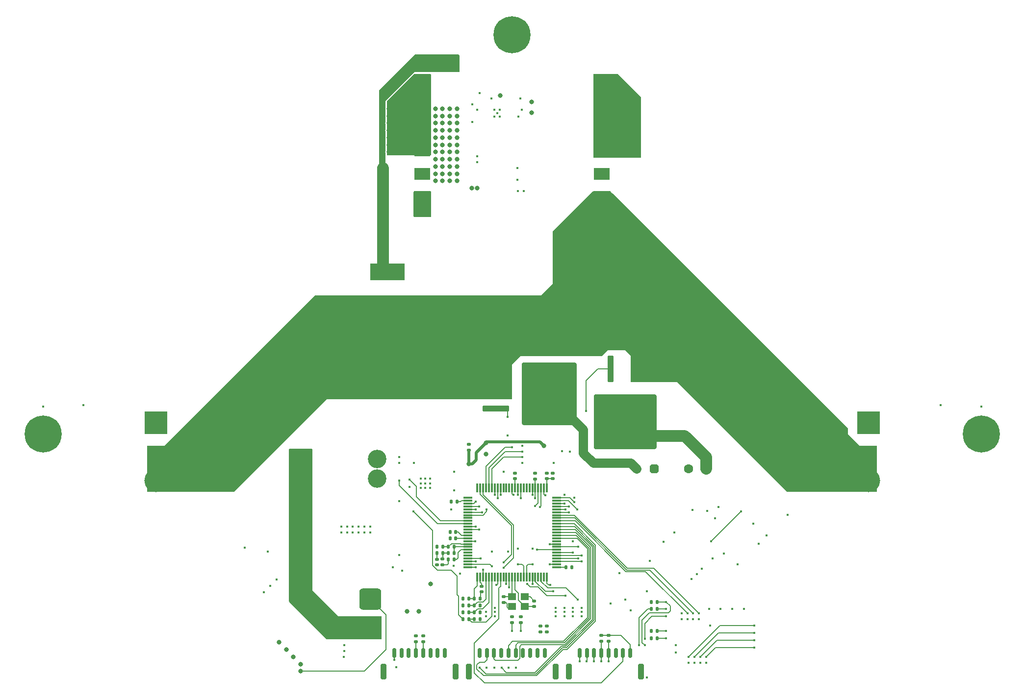
<source format=gbr>
%TF.GenerationSoftware,KiCad,Pcbnew,8.0.7*%
%TF.CreationDate,2025-04-17T21:37:31-04:00*%
%TF.ProjectId,kicker,6b69636b-6572-42e6-9b69-6361645f7063,v4*%
%TF.SameCoordinates,Original*%
%TF.FileFunction,Copper,L6,Bot*%
%TF.FilePolarity,Positive*%
%FSLAX46Y46*%
G04 Gerber Fmt 4.6, Leading zero omitted, Abs format (unit mm)*
G04 Created by KiCad (PCBNEW 8.0.7) date 2025-04-17 21:37:31*
%MOMM*%
%LPD*%
G01*
G04 APERTURE LIST*
G04 Aperture macros list*
%AMRoundRect*
0 Rectangle with rounded corners*
0 $1 Rounding radius*
0 $2 $3 $4 $5 $6 $7 $8 $9 X,Y pos of 4 corners*
0 Add a 4 corners polygon primitive as box body*
4,1,4,$2,$3,$4,$5,$6,$7,$8,$9,$2,$3,0*
0 Add four circle primitives for the rounded corners*
1,1,$1+$1,$2,$3*
1,1,$1+$1,$4,$5*
1,1,$1+$1,$6,$7*
1,1,$1+$1,$8,$9*
0 Add four rect primitives between the rounded corners*
20,1,$1+$1,$2,$3,$4,$5,0*
20,1,$1+$1,$4,$5,$6,$7,0*
20,1,$1+$1,$6,$7,$8,$9,0*
20,1,$1+$1,$8,$9,$2,$3,0*%
%AMOutline5P*
0 Free polygon, 5 corners , with rotation*
0 The origin of the aperture is its center*
0 number of corners: always 5*
0 $1 to $10 corner X, Y*
0 $11 Rotation angle, in degrees counterclockwise*
0 create outline with 5 corners*
4,1,5,$1,$2,$3,$4,$5,$6,$7,$8,$9,$10,$1,$2,$11*%
%AMOutline6P*
0 Free polygon, 6 corners , with rotation*
0 The origin of the aperture is its center*
0 number of corners: always 6*
0 $1 to $12 corner X, Y*
0 $13 Rotation angle, in degrees counterclockwise*
0 create outline with 6 corners*
4,1,6,$1,$2,$3,$4,$5,$6,$7,$8,$9,$10,$11,$12,$1,$2,$13*%
%AMOutline7P*
0 Free polygon, 7 corners , with rotation*
0 The origin of the aperture is its center*
0 number of corners: always 7*
0 $1 to $14 corner X, Y*
0 $15 Rotation angle, in degrees counterclockwise*
0 create outline with 7 corners*
4,1,7,$1,$2,$3,$4,$5,$6,$7,$8,$9,$10,$11,$12,$13,$14,$1,$2,$15*%
%AMOutline8P*
0 Free polygon, 8 corners , with rotation*
0 The origin of the aperture is its center*
0 number of corners: always 8*
0 $1 to $16 corner X, Y*
0 $17 Rotation angle, in degrees counterclockwise*
0 create outline with 8 corners*
4,1,8,$1,$2,$3,$4,$5,$6,$7,$8,$9,$10,$11,$12,$13,$14,$15,$16,$1,$2,$17*%
G04 Aperture macros list end*
%TA.AperFunction,ComponentPad*%
%ADD10RoundRect,0.760000X-1.140000X1.140000X-1.140000X-1.140000X1.140000X-1.140000X1.140000X1.140000X0*%
%TD*%
%TA.AperFunction,ComponentPad*%
%ADD11C,3.800000*%
%TD*%
%TA.AperFunction,ComponentPad*%
%ADD12C,6.400000*%
%TD*%
%TA.AperFunction,SMDPad,CuDef*%
%ADD13R,6.000000X3.000000*%
%TD*%
%TA.AperFunction,SMDPad,CuDef*%
%ADD14RoundRect,0.250000X0.250000X0.475000X-0.250000X0.475000X-0.250000X-0.475000X0.250000X-0.475000X0*%
%TD*%
%TA.AperFunction,ComponentPad*%
%ADD15R,4.000000X4.000000*%
%TD*%
%TA.AperFunction,ComponentPad*%
%ADD16C,4.000000*%
%TD*%
%TA.AperFunction,SMDPad,CuDef*%
%ADD17RoundRect,0.135000X-0.185000X0.135000X-0.185000X-0.135000X0.185000X-0.135000X0.185000X0.135000X0*%
%TD*%
%TA.AperFunction,SMDPad,CuDef*%
%ADD18RoundRect,0.135000X-0.135000X-0.185000X0.135000X-0.185000X0.135000X0.185000X-0.135000X0.185000X0*%
%TD*%
%TA.AperFunction,SMDPad,CuDef*%
%ADD19RoundRect,0.140000X0.140000X0.170000X-0.140000X0.170000X-0.140000X-0.170000X0.140000X-0.170000X0*%
%TD*%
%TA.AperFunction,SMDPad,CuDef*%
%ADD20RoundRect,0.075000X0.075000X-0.725000X0.075000X0.725000X-0.075000X0.725000X-0.075000X-0.725000X0*%
%TD*%
%TA.AperFunction,SMDPad,CuDef*%
%ADD21RoundRect,0.075000X0.725000X-0.075000X0.725000X0.075000X-0.725000X0.075000X-0.725000X-0.075000X0*%
%TD*%
%TA.AperFunction,SMDPad,CuDef*%
%ADD22RoundRect,0.135000X0.135000X0.185000X-0.135000X0.185000X-0.135000X-0.185000X0.135000X-0.185000X0*%
%TD*%
%TA.AperFunction,SMDPad,CuDef*%
%ADD23R,2.750000X2.000000*%
%TD*%
%TA.AperFunction,SMDPad,CuDef*%
%ADD24RoundRect,0.150000X0.150000X0.700000X-0.150000X0.700000X-0.150000X-0.700000X0.150000X-0.700000X0*%
%TD*%
%TA.AperFunction,SMDPad,CuDef*%
%ADD25RoundRect,0.250000X0.250000X1.100000X-0.250000X1.100000X-0.250000X-1.100000X0.250000X-1.100000X0*%
%TD*%
%TA.AperFunction,ComponentPad*%
%ADD26C,3.200000*%
%TD*%
%TA.AperFunction,SMDPad,CuDef*%
%ADD27RoundRect,0.140000X0.170000X-0.140000X0.170000X0.140000X-0.170000X0.140000X-0.170000X-0.140000X0*%
%TD*%
%TA.AperFunction,SMDPad,CuDef*%
%ADD28RoundRect,0.135000X0.185000X-0.135000X0.185000X0.135000X-0.185000X0.135000X-0.185000X-0.135000X0*%
%TD*%
%TA.AperFunction,SMDPad,CuDef*%
%ADD29RoundRect,0.250000X-0.300000X2.050000X-0.300000X-2.050000X0.300000X-2.050000X0.300000X2.050000X0*%
%TD*%
%TA.AperFunction,SMDPad,CuDef*%
%ADD30RoundRect,0.250000X-2.375000X2.025000X-2.375000X-2.025000X2.375000X-2.025000X2.375000X2.025000X0*%
%TD*%
%TA.AperFunction,SMDPad,CuDef*%
%ADD31RoundRect,0.250002X-5.149998X4.449998X-5.149998X-4.449998X5.149998X-4.449998X5.149998X4.449998X0*%
%TD*%
%TA.AperFunction,SMDPad,CuDef*%
%ADD32R,1.400000X1.200000*%
%TD*%
%TA.AperFunction,SMDPad,CuDef*%
%ADD33RoundRect,0.140000X-0.140000X-0.170000X0.140000X-0.170000X0.140000X0.170000X-0.140000X0.170000X0*%
%TD*%
%TA.AperFunction,ComponentPad*%
%ADD34Outline8P,-0.800000X0.400000X-0.400000X0.800000X0.400000X0.800000X0.800000X0.400000X0.800000X-0.400000X0.400000X-0.800000X-0.400000X-0.800000X-0.800000X-0.400000X0.000000*%
%TD*%
%TA.AperFunction,ComponentPad*%
%ADD35C,1.600000*%
%TD*%
%TA.AperFunction,SMDPad,CuDef*%
%ADD36RoundRect,0.140000X-0.170000X0.140000X-0.170000X-0.140000X0.170000X-0.140000X0.170000X0.140000X0*%
%TD*%
%TA.AperFunction,SMDPad,CuDef*%
%ADD37RoundRect,0.250000X-2.050000X-0.300000X2.050000X-0.300000X2.050000X0.300000X-2.050000X0.300000X0*%
%TD*%
%TA.AperFunction,SMDPad,CuDef*%
%ADD38RoundRect,0.250000X-2.025000X-2.375000X2.025000X-2.375000X2.025000X2.375000X-2.025000X2.375000X0*%
%TD*%
%TA.AperFunction,SMDPad,CuDef*%
%ADD39RoundRect,0.250002X-4.449998X-5.149998X4.449998X-5.149998X4.449998X5.149998X-4.449998X5.149998X0*%
%TD*%
%TA.AperFunction,ViaPad*%
%ADD40C,0.450000*%
%TD*%
%TA.AperFunction,ViaPad*%
%ADD41C,0.800000*%
%TD*%
%TA.AperFunction,Conductor*%
%ADD42C,0.200000*%
%TD*%
%TA.AperFunction,Conductor*%
%ADD43C,0.152400*%
%TD*%
%TA.AperFunction,Conductor*%
%ADD44C,2.000000*%
%TD*%
%TA.AperFunction,Conductor*%
%ADD45C,0.500000*%
%TD*%
%TA.AperFunction,Conductor*%
%ADD46C,1.600000*%
%TD*%
G04 APERTURE END LIST*
D10*
%TO.P,J3,1,Pin_1*%
%TO.N,GND*%
X185500000Y-166500000D03*
D11*
%TO.P,J3,2,Pin_2*%
%TO.N,/Power Regulation/V_{batt}*%
X185500000Y-171500000D03*
%TD*%
D12*
%TO.P,H2,1,1*%
%TO.N,unconnected-(H2-Pad1)*%
X291000000Y-138000000D03*
%TD*%
%TO.P,H1,1,1*%
%TO.N,unconnected-(H1-Pad1)*%
X210000000Y-69000000D03*
%TD*%
%TO.P,H3,1,1*%
%TO.N,unconnected-(H3-Pad1)*%
X129000000Y-138000000D03*
%TD*%
D13*
%TO.P,C29,2*%
%TO.N,GND*%
X188500000Y-110000000D03*
%TD*%
D14*
%TO.P,C38,1*%
%TO.N,+BATT*%
X189450000Y-89000000D03*
%TO.P,C38,2*%
%TO.N,GND*%
X187550000Y-89000000D03*
%TD*%
D15*
%TO.P,C26,1*%
%TO.N,/hv_kicker/flyback_charger/V_{solenoid}*%
X271500000Y-136000000D03*
D16*
%TO.P,C26,2*%
%TO.N,GND*%
X271500000Y-146000000D03*
%TD*%
D17*
%TO.P,R72,1*%
%TO.N,+3V3*%
X226625000Y-172790000D03*
%TO.P,R72,2*%
%TO.N,/Breakbeam/BB_RIGHT.SDA*%
X226625000Y-173810000D03*
%TD*%
D18*
%TO.P,R26,1*%
%TO.N,/digital/OPAMP3_VIN-*%
X198990001Y-157500000D03*
%TO.P,R26,2*%
%TO.N,/digital/OPAMP3_VOUT*%
X200009999Y-157500000D03*
%TD*%
D19*
%TO.P,C9,1*%
%TO.N,+3V0*%
X200280000Y-156000000D03*
%TO.P,C9,2*%
%TO.N,GND*%
X199320000Y-156000000D03*
%TD*%
%TO.P,C15,1*%
%TO.N,+3V0*%
X200280000Y-154900000D03*
%TO.P,C15,2*%
%TO.N,GND*%
X199320000Y-154900000D03*
%TD*%
D17*
%TO.P,R73,1*%
%TO.N,+3V3*%
X194625000Y-172890001D03*
%TO.P,R73,2*%
%TO.N,/Breakbeam/BB_LEFT.SDA*%
X194625000Y-173909999D03*
%TD*%
D20*
%TO.P,U3,1,PE2*%
%TO.N,/digital/DOTSTAR_SCK*%
X216000000Y-162675000D03*
%TO.P,U3,2,PE3*%
%TO.N,unconnected-(U3-PE3-Pad2)*%
X215500000Y-162675000D03*
%TO.P,U3,3,PE4*%
%TO.N,/digital/DIP3*%
X215000000Y-162675000D03*
%TO.P,U3,4,PE5*%
%TO.N,unconnected-(U3-PE5-Pad4)*%
X214500000Y-162675000D03*
%TO.P,U3,5,PE6*%
%TO.N,/digital/DOTSTAR_MOSI*%
X214000000Y-162675000D03*
%TO.P,U3,6,VBAT*%
%TO.N,+3V3*%
X213500000Y-162675000D03*
%TO.P,U3,7,PC13*%
%TO.N,unconnected-(U3-PC13-Pad7)*%
X213000000Y-162675000D03*
%TO.P,U3,8,PC14*%
%TO.N,/digital/RCC_OSC32_P*%
X212500000Y-162675000D03*
%TO.P,U3,9,PC15*%
%TO.N,/digital/RCC_OSC32_N*%
X212000000Y-162675000D03*
%TO.P,U3,10,PF9*%
%TO.N,unconnected-(U3-PF9-Pad10)*%
X211500000Y-162675000D03*
%TO.P,U3,11,PF10*%
%TO.N,unconnected-(U3-PF10-Pad11)*%
X211000000Y-162675000D03*
%TO.P,U3,12,PF0*%
%TO.N,/digital/RCC_OSC_P*%
X210500000Y-162675000D03*
%TO.P,U3,13,PF1*%
%TO.N,/digital/RCC_OSC_N*%
X210000000Y-162675000D03*
%TO.P,U3,14,PG10*%
%TO.N,/digital/NRST*%
X209500000Y-162675000D03*
%TO.P,U3,15,PC0*%
%TO.N,/Breakbeam/BB_LEFT.AGPIO*%
X209000000Y-162675000D03*
%TO.P,U3,16,PC1*%
%TO.N,unconnected-(U3-PC1-Pad16)*%
X208500000Y-162675000D03*
%TO.P,U3,17,PC2*%
%TO.N,/Breakbeam/BB_RIGHT.AGPIO*%
X208000000Y-162675000D03*
%TO.P,U3,18,PC3*%
%TO.N,/digital/V_{sense}_HV_FILT*%
X207500000Y-162675000D03*
%TO.P,U3,19,PF2*%
%TO.N,unconnected-(U3-PF2-Pad19)*%
X207000000Y-162675000D03*
%TO.P,U3,20,PA0*%
%TO.N,/digital/V_{sense}_V_{batt}*%
X206500000Y-162675000D03*
%TO.P,U3,21,PA1*%
%TO.N,/digital/V_{sense}_VSW*%
X206000000Y-162675000D03*
%TO.P,U3,22,PA2*%
%TO.N,/digital/V_{sense}_5V0*%
X205500000Y-162675000D03*
%TO.P,U3,23,VSS*%
%TO.N,GND*%
X205000000Y-162675000D03*
%TO.P,U3,24,VDD*%
%TO.N,+3V3*%
X204500000Y-162675000D03*
%TO.P,U3,25,PA3*%
%TO.N,/digital/V_{sense}_3v3*%
X204000000Y-162675000D03*
D21*
%TO.P,U3,26,PA4*%
%TO.N,/digital/FLASH_NSS*%
X202325000Y-161000000D03*
%TO.P,U3,27,PA5*%
%TO.N,/digital/FLASH_SCK*%
X202325000Y-160500000D03*
%TO.P,U3,28,PA6*%
%TO.N,/digital/FLASH_MISO*%
X202325000Y-160000000D03*
%TO.P,U3,29,PA7*%
%TO.N,/digital/FLASH_MOSI*%
X202325000Y-159500000D03*
%TO.P,U3,30,PC4*%
%TO.N,unconnected-(U3-PC4-Pad30)*%
X202325000Y-159000000D03*
%TO.P,U3,31,PC5*%
%TO.N,unconnected-(U3-PC5-Pad31)*%
X202325000Y-158500000D03*
%TO.P,U3,32,PB0*%
%TO.N,/digital/OPAMP3_VIN+*%
X202325000Y-158000000D03*
%TO.P,U3,33,PB1*%
%TO.N,/digital/OPAMP3_VOUT*%
X202325000Y-157500000D03*
%TO.P,U3,34,PB2*%
%TO.N,/digital/OPAMP3_VIN-*%
X202325000Y-157000000D03*
%TO.P,U3,35,VSSA*%
%TO.N,GND*%
X202325000Y-156500000D03*
%TO.P,U3,36,VREF+*%
%TO.N,+3V0*%
X202325000Y-156000000D03*
%TO.P,U3,37,VDDA*%
X202325000Y-155500000D03*
%TO.P,U3,38,PE7*%
%TO.N,unconnected-(U3-PE7-Pad38)*%
X202325000Y-155000000D03*
%TO.P,U3,39,PE8*%
%TO.N,/digital/USER_ADJ1*%
X202325000Y-154500000D03*
%TO.P,U3,40,PE9*%
%TO.N,/digital/USER_ADJ2*%
X202325000Y-154000000D03*
%TO.P,U3,41,PE10*%
%TO.N,/digital/VSW_EN*%
X202325000Y-153500000D03*
%TO.P,U3,42,PE11*%
%TO.N,/Power Regulation/VSW_PGOOD*%
X202325000Y-153000000D03*
%TO.P,U3,43,PE12*%
%TO.N,unconnected-(U3-PE12-Pad43)*%
X202325000Y-152500000D03*
%TO.P,U3,44,PE13*%
%TO.N,/Dribbler/DRIB_BOOT_UART.BOOT0*%
X202325000Y-152000000D03*
%TO.P,U3,45,PE14*%
%TO.N,/Dribbler/DRIB_BOOT_UART.RST*%
X202325000Y-151500000D03*
%TO.P,U3,46,PE15*%
%TO.N,/Dribbler/DRIB_BOOT_UART.RX*%
X202325000Y-151000000D03*
%TO.P,U3,47,PB10*%
%TO.N,/Dribbler/DRIB_BOOT_UART.TX*%
X202325000Y-150500000D03*
%TO.P,U3,48,VSS*%
%TO.N,GND*%
X202325000Y-150000000D03*
%TO.P,U3,49,VDD*%
%TO.N,+3V3*%
X202325000Y-149500000D03*
%TO.P,U3,50,PB11*%
%TO.N,unconnected-(U3-PB11-Pad50)*%
X202325000Y-149000000D03*
D20*
%TO.P,U3,51,PB12*%
%TO.N,unconnected-(U3-PB12-Pad51)*%
X204000000Y-147325000D03*
%TO.P,U3,52,PB13*%
%TO.N,/Dribbler/DRIB_BOOT_UART.CTS*%
X204500000Y-147325000D03*
%TO.P,U3,53,PB14*%
%TO.N,/Dribbler/DRIB_BOOT_UART.RTS*%
X205000000Y-147325000D03*
%TO.P,U3,54,PB15*%
%TO.N,/digital/CMD_{CHG}*%
X205500000Y-147325000D03*
%TO.P,U3,55,PD8*%
%TO.N,/digital/CMD_{CHIP}*%
X206000000Y-147325000D03*
%TO.P,U3,56,PD9*%
%TO.N,/digital/CMD_{KICK}*%
X206500000Y-147325000D03*
%TO.P,U3,57,PD10*%
%TO.N,/Breakbeam/BB_RIGHT.INT*%
X207000000Y-147325000D03*
%TO.P,U3,58,PD11*%
%TO.N,/Breakbeam/BB_RIGHT.~{DET}*%
X207500000Y-147325000D03*
%TO.P,U3,59,PD12*%
%TO.N,/Breakbeam/BB_RIGHT.RST*%
X208000000Y-147325000D03*
%TO.P,U3,60,PD13*%
%TO.N,unconnected-(U3-PD13-Pad60)*%
X208500000Y-147325000D03*
%TO.P,U3,61,PD14*%
%TO.N,unconnected-(U3-PD14-Pad61)*%
X209000000Y-147325000D03*
%TO.P,U3,62,PD15*%
%TO.N,unconnected-(U3-PD15-Pad62)*%
X209500000Y-147325000D03*
%TO.P,U3,63,VSS*%
%TO.N,GND*%
X210000000Y-147325000D03*
%TO.P,U3,64,VDD*%
%TO.N,+3V3*%
X210500000Y-147325000D03*
%TO.P,U3,65,PC6*%
%TO.N,/Breakbeam/BB_RIGHT.SCL*%
X211000000Y-147325000D03*
%TO.P,U3,66,PC7*%
%TO.N,/Breakbeam/BB_RIGHT.SDA*%
X211500000Y-147325000D03*
%TO.P,U3,67,PC8*%
%TO.N,unconnected-(U3-PC8-Pad67)*%
X212000000Y-147325000D03*
%TO.P,U3,68,PC9*%
%TO.N,unconnected-(U3-PC9-Pad68)*%
X212500000Y-147325000D03*
%TO.P,U3,69,PA8*%
%TO.N,unconnected-(U3-PA8-Pad69)*%
X213000000Y-147325000D03*
%TO.P,U3,70,PA9*%
%TO.N,/COMS.TX*%
X213500000Y-147325000D03*
%TO.P,U3,71,PA10*%
%TO.N,/COMS.RX*%
X214000000Y-147325000D03*
%TO.P,U3,72,PA11*%
%TO.N,/COMS.CTS*%
X214500000Y-147325000D03*
%TO.P,U3,73,PA12*%
%TO.N,/COMS.RTS*%
X215000000Y-147325000D03*
%TO.P,U3,74,VSS*%
%TO.N,GND*%
X215500000Y-147325000D03*
%TO.P,U3,75,VDD*%
%TO.N,+3V3*%
X216000000Y-147325000D03*
D21*
%TO.P,U3,76,PA13*%
%TO.N,/digital/SWDIO*%
X217675000Y-149000000D03*
%TO.P,U3,77,PA14*%
%TO.N,/digital/SWCLK*%
X217675000Y-149500000D03*
%TO.P,U3,78,PA15*%
%TO.N,/Breakbeam/BB_LEFT.SCL*%
X217675000Y-150000000D03*
%TO.P,U3,79,PC10*%
%TO.N,/Breakbeam/BB_LEFT.RST*%
X217675000Y-150500000D03*
%TO.P,U3,80,PC11*%
%TO.N,/Breakbeam/BB_LEFT.~{DET}*%
X217675000Y-151000000D03*
%TO.P,U3,81,PC12*%
%TO.N,/Breakbeam/BB_LEFT.INT*%
X217675000Y-151500000D03*
%TO.P,U3,82,PD0*%
%TO.N,/digital/DIP0*%
X217675000Y-152000000D03*
%TO.P,U3,83,PD1*%
%TO.N,/digital/DIP1*%
X217675000Y-152500000D03*
%TO.P,U3,84,PD2*%
%TO.N,/digital/DIP2*%
X217675000Y-153000000D03*
%TO.P,U3,85,PD3*%
%TO.N,/Ball Sense/SENSE_BOOT_UART.CTS*%
X217675000Y-153500000D03*
%TO.P,U3,86,PD4*%
%TO.N,/Ball Sense/SENSE_BOOT_UART.RTS*%
X217675000Y-154000000D03*
%TO.P,U3,87,PD5*%
%TO.N,/Ball Sense/SENSE_BOOT_UART.TX*%
X217675000Y-154500000D03*
%TO.P,U3,88,PD6*%
%TO.N,/Ball Sense/SENSE_BOOT_UART.RX*%
X217675000Y-155000000D03*
%TO.P,U3,89,PD7*%
%TO.N,/Ball Sense/SENSE_BOOT_UART.BOOT0*%
X217675000Y-155500000D03*
%TO.P,U3,90,PB3*%
%TO.N,/Ball Sense/SENSE_BOOT_UART.RST*%
X217675000Y-156000000D03*
%TO.P,U3,91,PB4*%
%TO.N,unconnected-(U3-PB4-Pad91)*%
X217675000Y-156500000D03*
%TO.P,U3,92,PB5*%
%TO.N,/digital/USR_BTN*%
X217675000Y-157000000D03*
%TO.P,U3,93,PB6*%
%TO.N,/digital/ShutdownInitiated*%
X217675000Y-157500000D03*
%TO.P,U3,94,PB7*%
%TO.N,/Breakbeam/BB_LEFT.SDA*%
X217675000Y-158000000D03*
%TO.P,U3,95,PB8*%
%TO.N,/COMS.BOOT0*%
X217675000Y-158500000D03*
%TO.P,U3,96,PB9*%
%TO.N,/digital/LED_GREEN*%
X217675000Y-159000000D03*
%TO.P,U3,97,PE0*%
%TO.N,/digital/LED_RED*%
X217675000Y-159500000D03*
%TO.P,U3,98,PE1*%
%TO.N,/digital/LED_BB_BLUE*%
X217675000Y-160000000D03*
%TO.P,U3,99,VSS*%
%TO.N,GND*%
X217675000Y-160500000D03*
%TO.P,U3,100,VDD*%
%TO.N,+3V3*%
X217675000Y-161000000D03*
%TD*%
D17*
%TO.P,R74,1*%
%TO.N,+3V3*%
X225425000Y-172790000D03*
%TO.P,R74,2*%
%TO.N,/Breakbeam/BB_RIGHT.SCL*%
X225425000Y-173810000D03*
%TD*%
D22*
%TO.P,R29,1*%
%TO.N,/digital/V_{sense}_HV_PREFILT*%
X198010000Y-158600000D03*
%TO.P,R29,2*%
%TO.N,/digital/V_{sense}_HV_FILT*%
X196990000Y-158600000D03*
%TD*%
D15*
%TO.P,C25,1*%
%TO.N,/hv_kicker/flyback_charger/V_{solenoid}*%
X148500000Y-136000000D03*
D16*
%TO.P,C25,2*%
%TO.N,GND*%
X148500000Y-146000000D03*
%TD*%
D23*
%TO.P,L2,1*%
%TO.N,/hv_kicker/flyback_charger/V_{trans}*%
X225475000Y-77000000D03*
%TO.P,L2,2*%
X225475000Y-81000000D03*
%TO.P,L2,3*%
X225475000Y-85000000D03*
%TO.P,L2,4*%
X225475000Y-89000000D03*
%TO.P,L2,5*%
%TO.N,unconnected-(L2-Pad5)*%
X225475000Y-93000000D03*
%TO.P,L2,6*%
%TO.N,GND*%
X225475000Y-97000000D03*
%TO.P,L2,7*%
%TO.N,/hv_kicker/flyback_charger/HV_AC*%
X194525000Y-97000000D03*
%TO.P,L2,8*%
%TO.N,unconnected-(L2-Pad8)*%
X194525000Y-93000000D03*
%TO.P,L2,9*%
%TO.N,+BATT*%
X194525000Y-89000000D03*
%TO.P,L2,10*%
X194525000Y-85000000D03*
%TO.P,L2,11*%
X194525000Y-81000000D03*
%TO.P,L2,12*%
X194525000Y-77000000D03*
%TD*%
D24*
%TO.P,J9,1,Pin_1*%
%TO.N,+3V3*%
X198400000Y-175850000D03*
%TO.P,J9,2,Pin_2*%
%TO.N,/Breakbeam/BB_LEFT.AGPIO*%
X197150000Y-175850000D03*
%TO.P,J9,3,Pin_3*%
%TO.N,GND*%
X195900000Y-175850000D03*
%TO.P,J9,4,Pin_4*%
%TO.N,/Breakbeam/BB_LEFT.SDA*%
X194650000Y-175850000D03*
%TO.P,J9,5,Pin_5*%
%TO.N,/Breakbeam/BB_LEFT.SCL*%
X193400000Y-175850000D03*
%TO.P,J9,6,Pin_6*%
%TO.N,/Breakbeam/BB_LEFT.RST*%
X192150000Y-175850000D03*
%TO.P,J9,7,Pin_7*%
%TO.N,/Breakbeam/BB_LEFT.~{DET}*%
X190900000Y-175850000D03*
%TO.P,J9,8,Pin_8*%
%TO.N,/Breakbeam/BB_LEFT.INT*%
X189650000Y-175850000D03*
D25*
%TO.P,J9,MP,MountPin*%
%TO.N,unconnected-(J9-MountPin-PadMP)*%
X200250000Y-179050000D03*
%TO.N,unconnected-(J9-MountPin-PadMP)_1*%
X187800000Y-179050000D03*
%TD*%
D18*
%TO.P,R37,1*%
%TO.N,/digital/V_{sense}_VSW*%
X203490001Y-168800001D03*
%TO.P,R37,2*%
%TO.N,GND*%
X204509999Y-168800001D03*
%TD*%
D26*
%TO.P,F3,1*%
%TO.N,/Power Regulation/V_{batt}*%
X173265000Y-142300000D03*
X173265000Y-145700000D03*
%TO.P,F3,2*%
%TO.N,+BATT*%
X186735000Y-142300000D03*
X186735000Y-145700000D03*
%TD*%
D27*
%TO.P,C23,1*%
%TO.N,/digital/RCC_OSC_P*%
X213800000Y-167780000D03*
%TO.P,C23,2*%
%TO.N,GND*%
X213800000Y-166820000D03*
%TD*%
D14*
%TO.P,C36,1*%
%TO.N,+BATT*%
X189450000Y-86500000D03*
%TO.P,C36,2*%
%TO.N,GND*%
X187550000Y-86500000D03*
%TD*%
D17*
%TO.P,R3,1*%
%TO.N,+3V3*%
X214000000Y-144740001D03*
%TO.P,R3,2*%
%TO.N,/COMS.RX*%
X214000000Y-145759999D03*
%TD*%
%TO.P,R75,1*%
%TO.N,+3V3*%
X193425000Y-172890001D03*
%TO.P,R75,2*%
%TO.N,/Breakbeam/BB_LEFT.SCL*%
X193425000Y-173909999D03*
%TD*%
D28*
%TO.P,R69,1*%
%TO.N,+3V3*%
X210000000Y-170619998D03*
%TO.P,R69,2*%
%TO.N,/Dribbler/DRIB_BOOT_UART.CTS*%
X210000000Y-169600000D03*
%TD*%
D22*
%TO.P,R2,1*%
%TO.N,Net-(J11-Pin_9)*%
X235010000Y-168250000D03*
%TO.P,R2,2*%
%TO.N,/COMS.RTS*%
X233990000Y-168250000D03*
%TD*%
D18*
%TO.P,R40,1*%
%TO.N,/digital/V_{sense}_5V0*%
X203490001Y-167600001D03*
%TO.P,R40,2*%
%TO.N,GND*%
X204509999Y-167600001D03*
%TD*%
D17*
%TO.P,R81,1*%
%TO.N,/Dribbler/DRIB_BOOT_UART.BOOT0*%
X216000000Y-171180002D03*
%TO.P,R81,2*%
%TO.N,GND*%
X216000000Y-172200000D03*
%TD*%
D28*
%TO.P,R23,1*%
%TO.N,/digital/V_{sense}_HV*%
X198000000Y-160609999D03*
%TO.P,R23,2*%
%TO.N,/digital/V_{sense}_HV_PREFILT*%
X198000000Y-159590001D03*
%TD*%
D18*
%TO.P,R33,1*%
%TO.N,+BATT*%
X201490001Y-170000002D03*
%TO.P,R33,2*%
%TO.N,/digital/V_{sense}_V_{batt}*%
X202509999Y-170000002D03*
%TD*%
D27*
%TO.P,C12,1*%
%TO.N,+3V3*%
X210500000Y-145730000D03*
%TO.P,C12,2*%
%TO.N,GND*%
X210500000Y-144770000D03*
%TD*%
D22*
%TO.P,R28,1*%
%TO.N,/digital/OPAMP3_VOUT*%
X200010000Y-158600000D03*
%TO.P,R28,2*%
%TO.N,/digital/V_{sense}_HV_PREFILT*%
X198990000Y-158600000D03*
%TD*%
D29*
%TO.P,Q4,1,G*%
%TO.N,/hv_kicker/solenoid_control/GATE_{chip}_FILT*%
X226960000Y-126725000D03*
D30*
%TO.P,Q4,2,C*%
%TO.N,/hv_kicker/solenoid_control/CHIP_SW*%
X232275000Y-133450000D03*
X226725000Y-133450000D03*
D31*
X229500000Y-135875000D03*
D30*
X232275000Y-138300000D03*
X226725000Y-138300000D03*
D29*
%TO.P,Q4,3,E*%
%TO.N,GND*%
X232040000Y-126725000D03*
%TD*%
D32*
%TO.P,Y2,1,1*%
%TO.N,/digital/RCC_OSC_N*%
X210000000Y-166100000D03*
%TO.P,Y2,2,2*%
%TO.N,GND*%
X212200000Y-166100000D03*
%TO.P,Y2,3,3*%
%TO.N,/digital/RCC_OSC_P*%
X212200000Y-167800000D03*
%TO.P,Y2,4,4*%
%TO.N,GND*%
X210000000Y-167800000D03*
%TD*%
D17*
%TO.P,R88,1*%
%TO.N,Net-(U8-INTVCC)*%
X202500000Y-139780002D03*
%TO.P,R88,2*%
%TO.N,+VSW*%
X202500000Y-140800000D03*
%TD*%
D33*
%TO.P,C13,1*%
%TO.N,+3V3*%
X219320000Y-161000000D03*
%TO.P,C13,2*%
%TO.N,GND*%
X220280000Y-161000000D03*
%TD*%
D34*
%TO.P,J5,1,Pin_1*%
%TO.N,/hv_kicker/flyback_charger/V_{solenoid}*%
X234500000Y-144000000D03*
D35*
%TO.P,J5,2,Pin_2*%
%TO.N,/hv_kicker/solenoid_control/KICK_SW*%
X231500000Y-144000000D03*
%TD*%
D28*
%TO.P,R71,1*%
%TO.N,+3V3*%
X211500002Y-170619998D03*
%TO.P,R71,2*%
%TO.N,/Dribbler/DRIB_BOOT_UART.RX*%
X211500002Y-169600000D03*
%TD*%
D14*
%TO.P,C33,1*%
%TO.N,+BATT*%
X189450000Y-84000000D03*
%TO.P,C33,2*%
%TO.N,GND*%
X187550000Y-84000000D03*
%TD*%
D18*
%TO.P,R82,1*%
%TO.N,+3V3*%
X233990001Y-167050000D03*
%TO.P,R82,2*%
%TO.N,/COMS.CTS*%
X235009999Y-167050000D03*
%TD*%
D22*
%TO.P,R84,1*%
%TO.N,/COMS.RST*%
X235009999Y-172000000D03*
%TO.P,R84,2*%
%TO.N,GND*%
X233990001Y-172000000D03*
%TD*%
D18*
%TO.P,R24,1*%
%TO.N,/digital/V_{sense}_HV*%
X198990001Y-159700000D03*
%TO.P,R24,2*%
%TO.N,/digital/OPAMP3_VIN+*%
X200009999Y-159700000D03*
%TD*%
D22*
%TO.P,R83,1*%
%TO.N,/COMS.BOOT0*%
X235010000Y-173250000D03*
%TO.P,R83,2*%
%TO.N,GND*%
X233990000Y-173250000D03*
%TD*%
D18*
%TO.P,R39,1*%
%TO.N,+5V*%
X201490001Y-167600002D03*
%TO.P,R39,2*%
%TO.N,/digital/V_{sense}_5V0*%
X202509999Y-167600002D03*
%TD*%
%TO.P,R41,1*%
%TO.N,+3V3*%
X201490001Y-166400000D03*
%TO.P,R41,2*%
%TO.N,/digital/V_{sense}_3v3*%
X202509999Y-166400000D03*
%TD*%
D36*
%TO.P,C21,1*%
%TO.N,/digital/RCC_OSC_N*%
X208500000Y-166109950D03*
%TO.P,C21,2*%
%TO.N,GND*%
X208500000Y-167069950D03*
%TD*%
D24*
%TO.P,J8,1,Pin_1*%
%TO.N,+3V3*%
X230400000Y-175850000D03*
%TO.P,J8,2,Pin_2*%
%TO.N,/Breakbeam/BB_RIGHT.AGPIO*%
X229150000Y-175850000D03*
%TO.P,J8,3,Pin_3*%
%TO.N,GND*%
X227900000Y-175850000D03*
%TO.P,J8,4,Pin_4*%
%TO.N,/Breakbeam/BB_RIGHT.SDA*%
X226650000Y-175850000D03*
%TO.P,J8,5,Pin_5*%
%TO.N,/Breakbeam/BB_RIGHT.SCL*%
X225400000Y-175850000D03*
%TO.P,J8,6,Pin_6*%
%TO.N,/Breakbeam/BB_RIGHT.RST*%
X224150000Y-175850000D03*
%TO.P,J8,7,Pin_7*%
%TO.N,/Breakbeam/BB_RIGHT.~{DET}*%
X222900000Y-175850000D03*
%TO.P,J8,8,Pin_8*%
%TO.N,/Breakbeam/BB_RIGHT.INT*%
X221650000Y-175850000D03*
D25*
%TO.P,J8,MP,MountPin*%
%TO.N,unconnected-(J8-MountPin-PadMP)_1*%
X232250000Y-179050000D03*
%TO.N,unconnected-(J8-MountPin-PadMP)*%
X219800000Y-179050000D03*
%TD*%
D17*
%TO.P,R80,1*%
%TO.N,/Dribbler/DRIB_BOOT_UART.RST*%
X214900000Y-171190001D03*
%TO.P,R80,2*%
%TO.N,GND*%
X214900000Y-172209999D03*
%TD*%
D27*
%TO.P,C16,1*%
%TO.N,+3V3*%
X217000000Y-145700000D03*
%TO.P,C16,2*%
%TO.N,GND*%
X217000000Y-144740000D03*
%TD*%
D19*
%TO.P,C14,1*%
%TO.N,+3V3*%
X200480000Y-149700000D03*
%TO.P,C14,2*%
%TO.N,GND*%
X199520000Y-149700000D03*
%TD*%
D36*
%TO.P,C18,1*%
%TO.N,/digital/V_{sense}_HV_FILT*%
X197000000Y-159620000D03*
%TO.P,C18,2*%
%TO.N,GND*%
X197000000Y-160580000D03*
%TD*%
D34*
%TO.P,J6,1,Pin_1*%
%TO.N,/hv_kicker/solenoid_control/CHIP_SW*%
X243500000Y-144000000D03*
D35*
%TO.P,J6,2,Pin_2*%
%TO.N,/hv_kicker/flyback_charger/V_{solenoid}*%
X240500000Y-144000000D03*
%TD*%
D24*
%TO.P,J1,1,Pin_1*%
%TO.N,+5V*%
X215625000Y-175850000D03*
%TO.P,J1,2,Pin_2*%
%TO.N,+3V3*%
X214375000Y-175850000D03*
%TO.P,J1,3,Pin_3*%
%TO.N,GND*%
X213125000Y-175850000D03*
%TO.P,J1,4,Pin_4*%
X211875000Y-175850000D03*
%TO.P,J1,5,Pin_5*%
%TO.N,/Ball Sense/SENSE_BOOT_UART.BOOT0*%
X210625000Y-175850000D03*
%TO.P,J1,6,Pin_6*%
%TO.N,/Ball Sense/SENSE_BOOT_UART.RST*%
X209375000Y-175850000D03*
%TO.P,J1,7,Pin_7*%
%TO.N,Net-(J1-Pin_7)*%
X208125000Y-175850000D03*
%TO.P,J1,8,Pin_8*%
%TO.N,/Ball Sense/SENSE_BOOT_UART.RX*%
X206875000Y-175850000D03*
%TO.P,J1,9,Pin_9*%
%TO.N,/Ball Sense/SENSE_BOOT_UART.CTS*%
X205625000Y-175850000D03*
%TO.P,J1,10,Pin_10*%
%TO.N,Net-(J1-Pin_10)*%
X204375000Y-175850000D03*
D25*
%TO.P,J1,MP,MountPin*%
%TO.N,GND*%
X217475000Y-179050000D03*
X202525000Y-179050000D03*
%TD*%
D27*
%TO.P,C8,1*%
%TO.N,GND*%
X204700000Y-165280000D03*
%TO.P,C8,2*%
%TO.N,+3V3*%
X204700000Y-164320000D03*
%TD*%
D18*
%TO.P,R36,1*%
%TO.N,+VSW*%
X201490001Y-168800000D03*
%TO.P,R36,2*%
%TO.N,/digital/V_{sense}_VSW*%
X202509999Y-168800000D03*
%TD*%
D37*
%TO.P,Q3,1,G*%
%TO.N,/hv_kicker/solenoid_control/GATE_{kick}_FILT*%
X207225000Y-133540000D03*
D38*
%TO.P,Q3,2,C*%
%TO.N,/hv_kicker/solenoid_control/KICK_SW*%
X213950000Y-128225000D03*
X213950000Y-133775000D03*
D39*
X216375000Y-131000000D03*
D38*
X218800000Y-128225000D03*
X218800000Y-133775000D03*
D37*
%TO.P,Q3,3,E*%
%TO.N,GND*%
X207225000Y-128460000D03*
%TD*%
D18*
%TO.P,R42,1*%
%TO.N,/digital/V_{sense}_3v3*%
X203490001Y-166400000D03*
%TO.P,R42,2*%
%TO.N,GND*%
X204509999Y-166400000D03*
%TD*%
D14*
%TO.P,C30,1*%
%TO.N,+BATT*%
X189450000Y-81500000D03*
%TO.P,C30,2*%
%TO.N,GND*%
X187550000Y-81500000D03*
%TD*%
D22*
%TO.P,R25,1*%
%TO.N,/digital/OPAMP3_VIN-*%
X198010000Y-157500000D03*
%TO.P,R25,2*%
%TO.N,GND*%
X196990000Y-157500000D03*
%TD*%
D18*
%TO.P,R34,1*%
%TO.N,/digital/V_{sense}_V_{batt}*%
X203490001Y-170000000D03*
%TO.P,R34,2*%
%TO.N,GND*%
X204509999Y-170000000D03*
%TD*%
D27*
%TO.P,C10,1*%
%TO.N,+3V3*%
X216000000Y-145700000D03*
%TO.P,C10,2*%
%TO.N,GND*%
X216000000Y-144740000D03*
%TD*%
D40*
%TO.N,GND*%
X238250000Y-175750000D03*
X238250000Y-174500000D03*
X209280000Y-158300000D03*
X209400000Y-178409999D03*
X195800000Y-145700000D03*
D41*
X200500000Y-83000000D03*
D40*
X251606245Y-153515076D03*
D41*
X198000000Y-91750000D03*
X198000000Y-90500000D03*
D40*
X210700000Y-178409999D03*
X169363782Y-163101041D03*
X184500000Y-155000000D03*
X200000000Y-144520000D03*
X181009999Y-175500000D03*
D41*
X200500000Y-86750000D03*
X198000000Y-83000000D03*
D40*
X203600000Y-156500000D03*
X228000000Y-98000000D03*
X217500000Y-168000000D03*
X211875000Y-175850000D03*
X207000000Y-169500000D03*
X211750000Y-143009999D03*
X223000000Y-98000000D03*
D41*
X196250000Y-74500000D03*
X196750000Y-83000000D03*
D40*
X244000000Y-168250000D03*
D41*
X200500000Y-94250000D03*
D40*
X195900000Y-175850000D03*
X203100000Y-84010000D03*
X233300000Y-180100000D03*
X220000000Y-141009999D03*
X204509999Y-170000000D03*
X246515076Y-158606245D03*
D41*
X195100000Y-74500000D03*
X196750000Y-94250000D03*
X193850000Y-74500000D03*
D40*
X207400001Y-82500000D03*
X219000000Y-168000000D03*
X216000000Y-172200000D03*
D41*
X198000000Y-81750000D03*
D40*
X233990000Y-173250000D03*
D41*
X200500000Y-93000000D03*
D40*
X204700000Y-165280000D03*
X200000000Y-147759999D03*
D41*
X198000000Y-93000000D03*
X196750000Y-93000000D03*
X172250000Y-176500000D03*
X198750000Y-74500000D03*
D40*
X250000000Y-168250000D03*
X195000000Y-145700000D03*
X206400001Y-79980000D03*
D41*
X199250000Y-90500000D03*
D40*
X229000000Y-99000000D03*
X182500000Y-154000001D03*
D41*
X196750000Y-85500000D03*
X200500000Y-90500000D03*
D40*
X184500000Y-154000000D03*
X206900000Y-81900000D03*
D41*
X200000000Y-74500000D03*
D40*
X240500000Y-177509998D03*
D41*
X200500000Y-91750000D03*
D40*
X199320000Y-154900000D03*
D41*
X199250000Y-83000000D03*
D40*
X191000000Y-161600000D03*
X204509999Y-167600001D03*
X180500000Y-154000000D03*
X195000000Y-147300000D03*
D41*
X173500000Y-179000000D03*
D40*
X218650000Y-140980000D03*
X227900000Y-175850000D03*
X224000000Y-99000000D03*
X226000000Y-98000000D03*
X206900000Y-83100000D03*
D41*
X200500000Y-88000000D03*
D40*
X225000000Y-98000000D03*
X207000000Y-168750000D03*
X207900000Y-83100000D03*
X212010000Y-96000000D03*
X189400000Y-161000000D03*
X243500000Y-177509998D03*
X223000000Y-100000000D03*
X242500000Y-177509998D03*
X185500000Y-154000000D03*
X242786934Y-161286934D03*
D41*
X196750000Y-84250000D03*
D40*
X217500000Y-169500000D03*
D41*
X207950001Y-79500000D03*
D40*
X205000000Y-161400000D03*
D41*
X191900000Y-168650000D03*
D40*
X224000000Y-100000000D03*
D41*
X205500000Y-141449999D03*
D40*
X233990001Y-172000000D03*
X225000000Y-99000000D03*
X181500000Y-155000000D03*
X227000000Y-167250000D03*
X203700000Y-149700000D03*
X204400001Y-79020000D03*
D41*
X196750000Y-81750000D03*
D40*
X180500000Y-155000000D03*
X163863782Y-157601041D03*
D41*
X198000000Y-85500000D03*
D40*
X203100000Y-81020000D03*
D41*
X198000000Y-84250000D03*
D40*
X215700000Y-148600000D03*
X252533310Y-156941207D03*
D41*
X199250000Y-89250000D03*
X171000000Y-175250000D03*
D40*
X195800000Y-147300000D03*
D41*
X195100000Y-73250000D03*
D40*
X190524999Y-158900000D03*
X257533310Y-151941207D03*
X236171751Y-156578249D03*
D41*
X203000000Y-95500000D03*
D40*
X230450000Y-168437500D03*
D41*
X197500000Y-73250000D03*
D40*
X194200000Y-145700000D03*
X222000000Y-99000000D03*
X199320000Y-156000000D03*
X201000000Y-162105000D03*
D41*
X199250000Y-84250000D03*
D40*
X180980000Y-176500000D03*
X226000000Y-100000000D03*
D41*
X199250000Y-85500000D03*
D40*
X204509999Y-168800001D03*
D41*
X200500000Y-89250000D03*
D40*
X228000000Y-99000000D03*
D41*
X199250000Y-91750000D03*
D40*
X220280000Y-161000000D03*
X202525000Y-179050000D03*
D41*
X199250000Y-94250000D03*
D40*
X214900000Y-172209999D03*
X167839411Y-158339411D03*
D41*
X196750000Y-90500000D03*
D40*
X241500000Y-177509998D03*
D41*
X204000000Y-95500000D03*
D40*
X199520000Y-151000000D03*
D41*
X169750000Y-174000000D03*
D40*
X245008839Y-152584664D03*
D41*
X193900000Y-168650000D03*
D40*
X207000000Y-168000000D03*
X213500000Y-157820000D03*
X182500000Y-155000000D03*
X181500000Y-154000000D03*
D41*
X199250000Y-86750000D03*
X198000000Y-94250000D03*
X197500000Y-74500000D03*
D40*
X216000000Y-144740000D03*
D41*
X199250000Y-93000000D03*
D40*
X211400001Y-80020000D03*
X225000000Y-100000000D03*
X223000000Y-99000000D03*
X195800000Y-146500000D03*
X229000000Y-100000000D03*
X233300000Y-165150000D03*
X228000000Y-100000000D03*
X222000000Y-100000000D03*
X211000000Y-157820000D03*
X211750000Y-139990001D03*
D41*
X196750000Y-89250000D03*
D40*
X204000000Y-89990000D03*
X194200000Y-146500000D03*
X199500000Y-149700000D03*
X207900000Y-81900000D03*
X217000000Y-144740000D03*
X227000000Y-98000000D03*
X209250000Y-138259999D03*
X246000000Y-168250000D03*
X227000000Y-100000000D03*
X197000000Y-157500000D03*
D41*
X193850000Y-73250000D03*
X200500000Y-81750000D03*
D40*
X197000000Y-160600000D03*
D41*
X198000000Y-86750000D03*
X200000000Y-73250000D03*
X196750000Y-91750000D03*
X196750000Y-88000000D03*
D40*
X224000000Y-98000000D03*
X220500000Y-156490001D03*
X217475000Y-179050000D03*
D41*
X200500000Y-84250000D03*
D40*
X219000000Y-169500000D03*
D41*
X196250000Y-73250000D03*
X196750000Y-86750000D03*
X198000000Y-89250000D03*
D40*
X213125000Y-175850000D03*
D41*
X213400001Y-80550000D03*
X199250000Y-88000000D03*
D40*
X213800000Y-166820000D03*
X227000000Y-99000000D03*
X210200000Y-148500000D03*
X244582986Y-159490883D03*
X248000000Y-168250000D03*
D41*
X200500000Y-85500000D03*
X198750000Y-73250000D03*
D40*
X195000000Y-146500000D03*
D41*
X173500000Y-177750000D03*
D40*
X183500000Y-155000000D03*
X226000000Y-99000000D03*
D41*
X198000000Y-88000000D03*
D40*
X210500000Y-144770000D03*
X183500000Y-154000000D03*
X185500000Y-155000000D03*
X241888909Y-162184960D03*
X208500000Y-144509999D03*
X190500000Y-149580000D03*
X210900001Y-94010000D03*
X190500000Y-141990001D03*
X208500000Y-167069950D03*
X217500000Y-168750000D03*
X216500000Y-160500000D03*
D41*
X199250000Y-81750000D03*
D40*
X219000000Y-168750000D03*
X194200000Y-147300000D03*
X241139376Y-151139376D03*
D41*
%TO.N,+BATT*%
X191250000Y-84250000D03*
X192500000Y-81750000D03*
X190000000Y-83000000D03*
X188750000Y-89250000D03*
X191250000Y-85500000D03*
D40*
X228490001Y-162000000D03*
D41*
X192500000Y-83000000D03*
X190000000Y-88000000D03*
X192500000Y-88000000D03*
X188750000Y-83000000D03*
D40*
X222000000Y-169500000D03*
D41*
X190000000Y-86750000D03*
X188750000Y-88000000D03*
X188750000Y-84250000D03*
D40*
X192999999Y-151400000D03*
D41*
X188750000Y-85500000D03*
X190000000Y-85500000D03*
D40*
X222000000Y-168000000D03*
D41*
X192500000Y-86750000D03*
X191250000Y-86750000D03*
D40*
X220500000Y-168750000D03*
D41*
X192500000Y-89250000D03*
X192500000Y-85500000D03*
X190000000Y-89250000D03*
X192500000Y-84250000D03*
X191250000Y-89250000D03*
X190000000Y-84250000D03*
X188750000Y-86750000D03*
X191250000Y-81750000D03*
D40*
X222000000Y-168750000D03*
X220500000Y-168000000D03*
D41*
X191250000Y-83000000D03*
X190000000Y-81750000D03*
X191250000Y-88000000D03*
D40*
X220500000Y-169500000D03*
D41*
X188750000Y-81750000D03*
D40*
%TO.N,+3V0*%
X200280000Y-154900000D03*
X200280000Y-156000000D03*
%TO.N,+5V*%
X215625000Y-175850000D03*
X201490001Y-167600002D03*
%TO.N,+3V3*%
X240990883Y-163082986D03*
X244190000Y-171095000D03*
X211500000Y-172000000D03*
X210000000Y-172000000D03*
X136000000Y-133009999D03*
X213500000Y-163900000D03*
X230400000Y-175850000D03*
X198400000Y-175850000D03*
D41*
X195900000Y-163900000D03*
D40*
X214000000Y-144740001D03*
X214375000Y-175850000D03*
X190000000Y-178250000D03*
X193425000Y-172890001D03*
X205500000Y-168750000D03*
X194625000Y-172890001D03*
X205600000Y-178409999D03*
X206475000Y-158295000D03*
X204700000Y-164300000D03*
X205500000Y-169500000D03*
X206900000Y-178409999D03*
X216000000Y-145700000D03*
X193009999Y-143000000D03*
X248941207Y-160533310D03*
X217000000Y-145700000D03*
X201490001Y-166400000D03*
X200500000Y-149700000D03*
X237990001Y-155000000D03*
X210500000Y-145730000D03*
X284000000Y-133009999D03*
X219320000Y-161000000D03*
X253941207Y-155533310D03*
X233990001Y-167050000D03*
X199900000Y-160800000D03*
%TO.N,/digital/RCC_OSC32_N*%
X211000000Y-160500000D03*
%TO.N,/digital/RCC_OSC32_P*%
X213499998Y-160500000D03*
%TO.N,/digital/V_{sense}_HV_FILT*%
X197000000Y-159620000D03*
X207300000Y-164100000D03*
%TO.N,/digital/NRST*%
X249484924Y-151393755D03*
X212600000Y-163900000D03*
X229500000Y-166562499D03*
X209500000Y-164500000D03*
X219250000Y-165900000D03*
X244393755Y-156484924D03*
D41*
%TO.N,+VSW*%
X215500000Y-140000000D03*
D40*
X201490001Y-168800000D03*
D41*
X202500000Y-143125000D03*
X205500000Y-139500000D03*
%TO.N,/hv_kicker/flyback_charger/V_{trans}*%
X231500000Y-81250000D03*
X231500000Y-87500000D03*
X231500000Y-88750000D03*
X230250000Y-83750000D03*
X230250000Y-82500000D03*
X230250000Y-80000000D03*
X229000000Y-83750000D03*
X231500000Y-85000000D03*
X229000000Y-88750000D03*
X229000000Y-82500000D03*
X229000000Y-81250000D03*
X230250000Y-86250000D03*
X229000000Y-85000000D03*
X229000000Y-86250000D03*
X231500000Y-82500000D03*
X229000000Y-77500000D03*
X227750000Y-85000000D03*
X230250000Y-81250000D03*
X227750000Y-76250000D03*
X227750000Y-82500000D03*
X230250000Y-88750000D03*
X227750000Y-87500000D03*
X229000000Y-80000000D03*
X229000000Y-87500000D03*
X227750000Y-86250000D03*
X227750000Y-77500000D03*
X227750000Y-88750000D03*
X229000000Y-78750000D03*
X230250000Y-87500000D03*
X231500000Y-80000000D03*
X230250000Y-85000000D03*
X230250000Y-78750000D03*
X231500000Y-86250000D03*
X227750000Y-83750000D03*
X227750000Y-78750000D03*
X231500000Y-83750000D03*
X227750000Y-80000000D03*
X227750000Y-81250000D03*
D40*
%TO.N,/digital/BB_LED_DRAIN*%
X245662913Y-150587087D03*
X129000000Y-133250000D03*
X291000000Y-133250000D03*
%TO.N,/digital/USR_BTN*%
X233787868Y-159881371D03*
X216500000Y-157000000D03*
X181009999Y-174500000D03*
%TO.N,/digital/SWCLK*%
X221250000Y-151000000D03*
%TO.N,/digital/SWDIO*%
X220750000Y-149750000D03*
%TO.N,/digital/V_{sense}_HV*%
X198990001Y-159700000D03*
D41*
%TO.N,/hv_kicker/flyback_charger/HV_AC*%
X194000000Y-98500000D03*
X195500000Y-100000000D03*
X194000000Y-100000000D03*
X195500000Y-98500000D03*
D40*
%TO.N,Net-(J1-Pin_10)*%
X204375000Y-175850000D03*
%TO.N,/COMS.RST*%
X236600000Y-172000000D03*
%TO.N,Net-(J1-Pin_7)*%
X208125000Y-175850000D03*
%TO.N,/Ball Sense/SENSE_BOOT_UART.CTS*%
X205625000Y-175850000D03*
%TO.N,/COMS.BOOT0*%
X220500000Y-158500000D03*
X236600000Y-173250000D03*
%TO.N,/COMS.RX*%
X214000000Y-149100000D03*
%TO.N,/Dribbler/DRIB_BOOT_UART.CTS*%
X208500000Y-160200000D03*
X210000000Y-169600000D03*
%TO.N,/Dribbler/DRIB_BOOT_UART.BOOT0*%
X205600000Y-151000000D03*
X216000000Y-171180002D03*
%TO.N,/Dribbler/DRIB_BOOT_UART.RX*%
X203700000Y-151000000D03*
X211500002Y-169600000D03*
%TO.N,/Dribbler/DRIB_BOOT_UART.RST*%
X214900000Y-171190001D03*
X204800000Y-151500000D03*
%TO.N,/Breakbeam/BB_LEFT.AGPIO*%
X209000000Y-163900000D03*
X197150000Y-175850000D03*
%TO.N,Net-(R12-Pad1)*%
X240500000Y-176490000D03*
X251810000Y-171095000D03*
X239250001Y-170000000D03*
%TO.N,Net-(R13-Pad1)*%
X251810000Y-172365000D03*
X240250000Y-170000000D03*
X241500000Y-176490000D03*
%TO.N,Net-(R14-Pad1)*%
X241250000Y-170000000D03*
X242500000Y-176490000D03*
X251810000Y-173635000D03*
%TO.N,Net-(R15-Pad1)*%
X251810000Y-174905000D03*
X242250000Y-170000000D03*
X243500000Y-176490001D03*
%TO.N,/Breakbeam/BB_RIGHT.RST*%
X208000000Y-148500000D03*
X224125000Y-177300000D03*
%TO.N,/Breakbeam/BB_RIGHT.~{DET}*%
X222825000Y-177300000D03*
X207500000Y-149100000D03*
%TO.N,/Breakbeam/BB_RIGHT.INT*%
X207000000Y-148500000D03*
X221625000Y-177300000D03*
%TO.N,/Breakbeam/BB_RIGHT.SCL*%
X211000000Y-148500000D03*
X225425000Y-177300000D03*
%TO.N,/Breakbeam/BB_RIGHT.SDA*%
X211500000Y-149100000D03*
X226625000Y-177300000D03*
%TO.N,/Breakbeam/BB_LEFT.INT*%
X189650000Y-177000000D03*
X219800000Y-151500000D03*
%TO.N,/Breakbeam/BB_LEFT.RST*%
X192150000Y-175850000D03*
X219800000Y-150500000D03*
%TO.N,/Breakbeam/BB_LEFT.~{DET}*%
X190900000Y-175850000D03*
X219200000Y-151000000D03*
%TO.N,/Breakbeam/BB_LEFT.SDA*%
X214300000Y-158000000D03*
X194650000Y-175850000D03*
%TO.N,/Breakbeam/BB_LEFT.SCL*%
X219000000Y-150000000D03*
X193400000Y-175850000D03*
%TO.N,/Ball Sense/SENSE_BOOT_UART.RX*%
X206875000Y-175850000D03*
%TO.N,/Ball Sense/SENSE_BOOT_UART.RST*%
X209375000Y-175850000D03*
%TO.N,/Ball Sense/SENSE_BOOT_UART.BOOT0*%
X210625000Y-175850000D03*
%TO.N,/digital/LED_BB_BLUE*%
X243665336Y-151241161D03*
X222000000Y-160000000D03*
%TO.N,/hv_kicker/solenoid_control/GATE_{kick}_FILT*%
X209250000Y-134990001D03*
%TO.N,/hv_kicker/solenoid_control/GATE_{chip}_FILT*%
X222750000Y-134000000D03*
%TO.N,/COMS.TX*%
X213500000Y-148500000D03*
%TO.N,/Power Regulation/VSW_CEN*%
X190500000Y-143009999D03*
X192300000Y-147135000D03*
%TO.N,/Power Regulation/VSW_PGOOD*%
X192300000Y-145865000D03*
%TO.N,/digital/VSW_EN*%
X190500000Y-145990001D03*
%TO.N,/digital/LED_GREEN*%
X222000000Y-159000000D03*
%TO.N,/digital/LED_RED*%
X221400000Y-159500000D03*
%TO.N,/digital/ShutdownInitiated*%
X221400000Y-157500000D03*
%TO.N,/digital/DIP3*%
X221300000Y-166600000D03*
X239250001Y-168980002D03*
%TO.N,/digital/DIP2*%
X240250000Y-168980002D03*
%TO.N,/digital/DIP1*%
X241250000Y-168980002D03*
%TO.N,/digital/DIP0*%
X242250000Y-168980002D03*
%TO.N,/digital/CMD_{KICK}*%
X211750000Y-141990001D03*
%TO.N,/digital/CMD_{CHIP}*%
X217155000Y-142975000D03*
X211750000Y-141009999D03*
%TO.N,/digital/CMD_{CHG}*%
X210000000Y-140300000D03*
X210990000Y-96000000D03*
X211700000Y-81900000D03*
%TO.N,/hv_kicker/flyback_charger/HVGATE*%
X210900001Y-92020000D03*
X211100000Y-83100000D03*
%TO.N,/hv_kicker/flyback_charger/FB*%
X204000000Y-91010000D03*
X204000000Y-81900000D03*
%TO.N,/Dribbler/DRIB_BOOT_UART.TX*%
X204300000Y-150500000D03*
%TO.N,/Ball Sense/SENSE_BOOT_UART.TX*%
X208200000Y-178409999D03*
%TO.N,/digital/USER_ADJ1*%
X220750000Y-149000000D03*
X204300000Y-154500000D03*
%TO.N,/digital/USER_ADJ2*%
X203700000Y-154000000D03*
X219000000Y-148500000D03*
%TO.N,/digital/DOTSTAR_SCK*%
X168232412Y-164232412D03*
X216600000Y-164100000D03*
%TO.N,Net-(J11-Pin_8)*%
X232900000Y-173350000D03*
X236600000Y-169500000D03*
%TO.N,/digital/DOTSTAR_MOSI*%
X167101041Y-165363782D03*
X217100000Y-165200000D03*
%TO.N,/digital/FLASH_SCK*%
X206475000Y-160835000D03*
%TO.N,/digital/FLASH_MOSI*%
X204600000Y-159500000D03*
%TO.N,/COMS.CTS*%
X214000000Y-150400000D03*
X232900000Y-174500000D03*
X236600000Y-167000000D03*
%TO.N,Net-(J11-Pin_9)*%
X236600000Y-168250000D03*
%TO.N,/COMS.RTS*%
X214800000Y-150600000D03*
X231900000Y-174450000D03*
%TO.N,/Dribbler/DRIB_BOOT_UART.RTS*%
X208500000Y-161100000D03*
%TO.N,/digital/FLASH_MISO*%
X203700000Y-160000000D03*
%TO.N,/digital/FLASH_NSS*%
X203700000Y-161000000D03*
%TO.N,/Ball Sense/SENSE_BOOT_UART.RTS*%
X204400000Y-178409999D03*
D41*
%TO.N,Net-(U8-INTVCC)*%
X213400001Y-82450000D03*
D40*
X202500000Y-139780002D03*
%TD*%
D42*
%TO.N,GND*%
X196990000Y-157500000D02*
X197000000Y-157500000D01*
D43*
X204600000Y-166309999D02*
X204600000Y-165380000D01*
D44*
X187750000Y-109250000D02*
X187750000Y-92000000D01*
X188500000Y-110000000D02*
X187750000Y-109250000D01*
D43*
X208869950Y-167069950D02*
X209100000Y-167300000D01*
X233990001Y-172000000D02*
X234040001Y-172000000D01*
X184500000Y-179000000D02*
X188250000Y-175250000D01*
X209100000Y-167900000D02*
X209200000Y-168000000D01*
D42*
X202325000Y-156500000D02*
X203600000Y-156500000D01*
X215500000Y-148400000D02*
X215700000Y-148600000D01*
X216500000Y-160500000D02*
X217675000Y-160500000D01*
D43*
X188250000Y-169250000D02*
X185500000Y-166500000D01*
X209200000Y-168000000D02*
X210000000Y-168000000D01*
X204600000Y-165380000D02*
X204700000Y-165280000D01*
D42*
X205000000Y-162675000D02*
X205000000Y-161400000D01*
X203400000Y-150000000D02*
X203700000Y-149700000D01*
D43*
X173500000Y-179000000D02*
X184500000Y-179000000D01*
X197000000Y-160580000D02*
X197000000Y-160600000D01*
X209100000Y-167300000D02*
X209100000Y-167900000D01*
X188250000Y-175250000D02*
X188250000Y-169250000D01*
X234040001Y-172000000D02*
X233990001Y-171950000D01*
X208500000Y-167069950D02*
X208869950Y-167069950D01*
D42*
X202325000Y-150000000D02*
X203400000Y-150000000D01*
X215500000Y-147325000D02*
X215500000Y-148400000D01*
X210000000Y-148300000D02*
X210200000Y-148500000D01*
D43*
X233990001Y-171950000D02*
X233990001Y-172000000D01*
X233990000Y-171949999D02*
X233990001Y-171950000D01*
D42*
X210000000Y-147325000D02*
X210000000Y-148300000D01*
D43*
X212200000Y-166100000D02*
X213080000Y-166100000D01*
X204509999Y-166400000D02*
X204600000Y-166309999D01*
X213080000Y-166100000D02*
X213800000Y-166820000D01*
%TO.N,+BATT*%
X196250000Y-154650001D02*
X192999999Y-151400000D01*
X201490001Y-170000002D02*
X200750000Y-169260001D01*
X200750000Y-166000000D02*
X200500000Y-165750000D01*
X197116520Y-161500000D02*
X196250000Y-160633480D01*
X200500000Y-165750000D02*
X200500000Y-162500000D01*
X196250000Y-160633480D02*
X196250000Y-154650001D01*
X200750000Y-169260001D02*
X200750000Y-166000000D01*
X200500000Y-162500000D02*
X199500000Y-161500000D01*
X199500000Y-161500000D02*
X197116520Y-161500000D01*
D42*
%TO.N,+3V0*%
X202325000Y-155500000D02*
X201300000Y-155500000D01*
X200700000Y-154900000D02*
X200280000Y-154900000D01*
X201300000Y-155500000D02*
X200700000Y-154900000D01*
X202325000Y-156000000D02*
X200280000Y-156000000D01*
%TO.N,+3V3*%
X216000000Y-147325000D02*
X216000000Y-145700000D01*
D43*
X210000000Y-170619998D02*
X210000000Y-172000000D01*
D42*
X201100000Y-149700000D02*
X201300000Y-149500000D01*
D43*
X226625000Y-172790000D02*
X225425000Y-172790000D01*
D42*
X200500000Y-149700000D02*
X201100000Y-149700000D01*
D43*
X211500002Y-170619998D02*
X211500002Y-171999998D01*
X211500002Y-171999998D02*
X211500000Y-172000000D01*
D42*
X204500000Y-163600000D02*
X204500000Y-162675000D01*
X201300000Y-149500000D02*
X202325000Y-149500000D01*
D43*
X213500000Y-162675000D02*
X213500000Y-163900000D01*
D42*
X210500000Y-147325000D02*
X210500000Y-145730000D01*
X204700000Y-163800000D02*
X204500000Y-163600000D01*
X216000000Y-145700000D02*
X217000000Y-145700000D01*
D43*
X230400000Y-174375000D02*
X230400000Y-175850000D01*
D42*
X204700000Y-164300000D02*
X204700000Y-164320000D01*
D43*
X228815000Y-172790000D02*
X230400000Y-174375000D01*
D42*
X204700000Y-164300000D02*
X204700000Y-163800000D01*
D43*
X226625000Y-172790000D02*
X228815000Y-172790000D01*
D42*
X217675000Y-161000000D02*
X219320000Y-161000000D01*
D43*
%TO.N,/digital/RCC_OSC32_N*%
X211000000Y-160500000D02*
X211700000Y-160500000D01*
X212000000Y-160800000D02*
X212000000Y-162675000D01*
X211700000Y-160500000D02*
X212000000Y-160800000D01*
%TO.N,/digital/RCC_OSC32_P*%
X213499998Y-160500000D02*
X212800000Y-160500000D01*
X212800000Y-160500000D02*
X212500000Y-160800000D01*
X212500000Y-160800000D02*
X212500000Y-162675000D01*
%TO.N,/digital/RCC_OSC_N*%
X208500000Y-166109950D02*
X209990050Y-166109950D01*
X210000000Y-162675000D02*
X210000000Y-166100000D01*
X209990050Y-166109950D02*
X210000000Y-166100000D01*
%TO.N,/digital/RCC_OSC_P*%
X211100000Y-165500000D02*
X210500000Y-164900000D01*
X213800000Y-167780000D02*
X212220000Y-167780000D01*
X212220000Y-167780000D02*
X212200000Y-167800000D01*
X212200000Y-167800000D02*
X211100000Y-166700000D01*
X211100000Y-166700000D02*
X211100000Y-165500000D01*
X210500000Y-164900000D02*
X210500000Y-162675000D01*
%TO.N,/digital/V_{sense}_HV_FILT*%
X207500000Y-162675000D02*
X207500000Y-163900000D01*
D42*
X196990000Y-158600000D02*
X196990000Y-159610000D01*
X196990000Y-159610000D02*
X197000000Y-159620000D01*
D43*
X207500000Y-163900000D02*
X207300000Y-164100000D01*
%TO.N,/digital/NRST*%
X216025627Y-165900000D02*
X214505827Y-164380200D01*
X213080200Y-164380200D02*
X212600000Y-163900000D01*
X209500000Y-162675000D02*
X209500000Y-164500000D01*
X244393755Y-156484924D02*
X249484924Y-151393755D01*
X219250000Y-165900000D02*
X216025627Y-165900000D01*
X214505827Y-164380200D02*
X213080200Y-164380200D01*
D45*
%TO.N,+VSW*%
X214836001Y-139336001D02*
X205663999Y-139336001D01*
X203800000Y-141200000D02*
X205500000Y-139500000D01*
X202500000Y-140800000D02*
X202500000Y-143125000D01*
X215500000Y-140000000D02*
X214836001Y-139336001D01*
X205663999Y-139336001D02*
X205500000Y-139500000D01*
X203800000Y-142450000D02*
X203800000Y-141200000D01*
X203125000Y-143125000D02*
X203800000Y-142450000D01*
X202500000Y-143125000D02*
X203125000Y-143125000D01*
D43*
%TO.N,/digital/USR_BTN*%
X217675000Y-157000000D02*
X216500000Y-157000000D01*
%TO.N,/digital/SWCLK*%
X219750000Y-149500000D02*
X217675000Y-149500000D01*
X221250000Y-151000000D02*
X219750000Y-149500000D01*
%TO.N,/digital/SWDIO*%
X220750000Y-149750000D02*
X220000000Y-149000000D01*
X220000000Y-149000000D02*
X217675000Y-149000000D01*
D42*
%TO.N,/digital/V_{sense}_HV*%
X198990001Y-160409999D02*
X198990001Y-159700000D01*
X198000000Y-160609999D02*
X198790001Y-160609999D01*
X198790001Y-160609999D02*
X198990001Y-160409999D01*
D46*
%TO.N,/hv_kicker/solenoid_control/KICK_SW*%
X224000000Y-143000000D02*
X222250000Y-141250000D01*
X222250000Y-137225000D02*
X218800000Y-133775000D01*
X222250000Y-141250000D02*
X222250000Y-137225000D01*
X231500000Y-144000000D02*
X230500000Y-143000000D01*
X230500000Y-143000000D02*
X224000000Y-143000000D01*
D44*
%TO.N,/hv_kicker/solenoid_control/CHIP_SW*%
X243500000Y-144000000D02*
X243500000Y-142000000D01*
X239800000Y-138300000D02*
X232275000Y-138300000D01*
X243500000Y-142000000D02*
X239800000Y-138300000D01*
D43*
%TO.N,/COMS.RST*%
X235009999Y-172000000D02*
X236600000Y-172000000D01*
X236550000Y-171950000D02*
X236600000Y-172000000D01*
%TO.N,/Ball Sense/SENSE_BOOT_UART.CTS*%
X203900000Y-177900000D02*
X203900000Y-178589105D01*
X205625000Y-176975000D02*
X205200000Y-177400000D01*
X224412000Y-157215130D02*
X220696870Y-153500000D01*
X214233948Y-179764800D02*
X218776749Y-175221999D01*
X218776749Y-175221999D02*
X219478001Y-175221999D01*
X224412000Y-170288000D02*
X224412000Y-157215130D01*
X205075695Y-179764800D02*
X214233948Y-179764800D01*
X205200000Y-177400000D02*
X204400000Y-177400000D01*
X219478001Y-175221999D02*
X224412000Y-170288000D01*
X220696870Y-153500000D02*
X217675000Y-153500000D01*
X205625000Y-175850000D02*
X205625000Y-176975000D01*
X203900000Y-178589105D02*
X205075695Y-179764800D01*
X204400000Y-177400000D02*
X203900000Y-177900000D01*
%TO.N,/COMS.BOOT0*%
X235010000Y-173250000D02*
X236600000Y-173250000D01*
X217675000Y-158500000D02*
X220500000Y-158500000D01*
%TO.N,/COMS.RX*%
X214000000Y-145759999D02*
X214000000Y-147325000D01*
X214000000Y-147325000D02*
X214000000Y-149100000D01*
%TO.N,/Dribbler/DRIB_BOOT_UART.CTS*%
X209917600Y-153816974D02*
X204500000Y-148399374D01*
X204500000Y-148399374D02*
X204500000Y-147325000D01*
X209917600Y-158782400D02*
X209917600Y-153816974D01*
X208500000Y-160200000D02*
X209917600Y-158782400D01*
%TO.N,/Dribbler/DRIB_BOOT_UART.BOOT0*%
X204979106Y-152000000D02*
X202325000Y-152000000D01*
X205600000Y-151000000D02*
X205600000Y-151379106D01*
X205600000Y-151379106D02*
X204979106Y-152000000D01*
%TO.N,/Dribbler/DRIB_BOOT_UART.RX*%
X202325000Y-151000000D02*
X203700000Y-151000000D01*
%TO.N,/Dribbler/DRIB_BOOT_UART.RST*%
X202325000Y-151500000D02*
X204800000Y-151500000D01*
%TO.N,/Breakbeam/BB_LEFT.AGPIO*%
X209000000Y-162675000D02*
X209000000Y-163900000D01*
%TO.N,/Breakbeam/BB_RIGHT.AGPIO*%
X203500000Y-179300000D02*
X203500000Y-174100000D01*
X203500000Y-174100000D02*
X207700000Y-169900000D01*
X207700000Y-164600000D02*
X208000000Y-164300000D01*
X229150000Y-177275000D02*
X225425000Y-181000000D01*
X207700000Y-169900000D02*
X207700000Y-164600000D01*
X229150000Y-175850000D02*
X229150000Y-177275000D01*
X208000000Y-164300000D02*
X208000000Y-162675000D01*
X225425000Y-181000000D02*
X205200000Y-181000000D01*
X205200000Y-181000000D02*
X203500000Y-179300000D01*
%TO.N,Net-(R12-Pad1)*%
X245895000Y-171095000D02*
X240500000Y-176490000D01*
X251810000Y-171095000D02*
X245895000Y-171095000D01*
%TO.N,Net-(R13-Pad1)*%
X245625000Y-172365000D02*
X241500000Y-176490000D01*
X251810000Y-172365000D02*
X245625000Y-172365000D01*
%TO.N,Net-(R14-Pad1)*%
X251810000Y-173635000D02*
X245355000Y-173635000D01*
X245355000Y-173635000D02*
X242500000Y-176490000D01*
%TO.N,Net-(R15-Pad1)*%
X245085001Y-174905000D02*
X243500000Y-176490001D01*
X251810000Y-174905000D02*
X245085001Y-174905000D01*
%TO.N,/Breakbeam/BB_RIGHT.RST*%
X208000000Y-147325000D02*
X208000000Y-148500000D01*
X224150000Y-177275000D02*
X224125000Y-177300000D01*
X224400000Y-175825000D02*
X224375000Y-175850000D01*
X224150000Y-175850000D02*
X224150000Y-177275000D01*
%TO.N,/Breakbeam/BB_RIGHT.~{DET}*%
X222900000Y-177225000D02*
X222825000Y-177300000D01*
X207500000Y-147325000D02*
X207500000Y-149100000D01*
X222900000Y-175850000D02*
X222900000Y-177225000D01*
%TO.N,/Breakbeam/BB_RIGHT.INT*%
X221650000Y-175850000D02*
X221650000Y-177275000D01*
X207000000Y-147325000D02*
X207000000Y-148500000D01*
X221650000Y-177275000D02*
X221625000Y-177300000D01*
%TO.N,/Breakbeam/BB_RIGHT.SCL*%
X225425000Y-173810000D02*
X225425000Y-175825000D01*
X225400000Y-175850000D02*
X225400000Y-177275000D01*
X225400000Y-177275000D02*
X225425000Y-177300000D01*
X225600000Y-175825000D02*
X225625000Y-175850000D01*
X211000000Y-147325000D02*
X211000000Y-148500000D01*
%TO.N,/Breakbeam/BB_RIGHT.SDA*%
X226650000Y-177275000D02*
X226625000Y-177300000D01*
X211500000Y-147325000D02*
X211500000Y-149100000D01*
X226650000Y-175850000D02*
X226650000Y-177275000D01*
X226625000Y-173810000D02*
X226625000Y-175825000D01*
%TO.N,/Breakbeam/BB_LEFT.INT*%
X217675000Y-151500000D02*
X219800000Y-151500000D01*
X189650000Y-175850000D02*
X189650000Y-177000000D01*
%TO.N,/Breakbeam/BB_LEFT.RST*%
X217675000Y-150500000D02*
X219800000Y-150500000D01*
%TO.N,/Breakbeam/BB_LEFT.~{DET}*%
X217675000Y-151000000D02*
X219200000Y-151000000D01*
%TO.N,/Breakbeam/BB_LEFT.SDA*%
X217675000Y-158000000D02*
X214300000Y-158000000D01*
X194650000Y-173934999D02*
X194625000Y-173909999D01*
X194650000Y-175850000D02*
X194650000Y-173934999D01*
%TO.N,/Breakbeam/BB_LEFT.SCL*%
X217675000Y-150000000D02*
X219000000Y-150000000D01*
X193400000Y-173934999D02*
X193425000Y-173909999D01*
X193400000Y-175850000D02*
X193400000Y-173934999D01*
%TO.N,/Ball Sense/SENSE_BOOT_UART.RX*%
X211300000Y-176800000D02*
X211000000Y-177100000D01*
X207100000Y-177100000D02*
X206875000Y-176875000D01*
X223564800Y-157566052D02*
X223564800Y-169933948D01*
X206875000Y-176875000D02*
X206875000Y-175850000D01*
X211300000Y-174700000D02*
X211300000Y-176800000D01*
X211000000Y-177100000D02*
X207100000Y-177100000D01*
X211625201Y-174374799D02*
X211300000Y-174700000D01*
X219123949Y-174374799D02*
X211625201Y-174374799D01*
X217675000Y-155000000D02*
X220998748Y-155000000D01*
X220998748Y-155000000D02*
X223564800Y-157566052D01*
X223564800Y-169933948D02*
X219123949Y-174374799D01*
%TO.N,/Ball Sense/SENSE_BOOT_UART.RST*%
X218890001Y-173809999D02*
X210090001Y-173809999D01*
X209375000Y-174525000D02*
X209375000Y-175850000D01*
X221200000Y-156000000D02*
X223000000Y-157800000D01*
X210090001Y-173809999D02*
X209375000Y-174525000D01*
X217675000Y-156000000D02*
X221200000Y-156000000D01*
X223000000Y-157800000D02*
X223000000Y-169700000D01*
X223000000Y-169700000D02*
X218890001Y-173809999D01*
%TO.N,/Ball Sense/SENSE_BOOT_UART.BOOT0*%
X211007601Y-174092399D02*
X210625000Y-174475000D01*
X210625000Y-174475000D02*
X210625000Y-175850000D01*
X219006975Y-174092399D02*
X211007601Y-174092399D01*
X223282400Y-169816974D02*
X219006975Y-174092399D01*
X221099374Y-155500000D02*
X223282400Y-157683026D01*
X221099374Y-155500000D02*
X216975244Y-155500000D01*
X217675000Y-155500000D02*
X221099374Y-155500000D01*
X223282400Y-157683026D02*
X223282400Y-169816974D01*
%TO.N,/digital/LED_BB_BLUE*%
X217675000Y-160000000D02*
X222000000Y-160000000D01*
D42*
%TO.N,/hv_kicker/solenoid_control/GATE_{kick}_FILT*%
X209250000Y-134990001D02*
X209250000Y-133540000D01*
X209250000Y-133540000D02*
X207225000Y-133540000D01*
%TO.N,/hv_kicker/solenoid_control/GATE_{chip}_FILT*%
X222750000Y-128750000D02*
X224775000Y-126725000D01*
X224775000Y-126725000D02*
X226960000Y-126725000D01*
X222750000Y-134000000D02*
X222750000Y-128750000D01*
D43*
%TO.N,/COMS.TX*%
X213500000Y-147325000D02*
X213500000Y-148500000D01*
%TO.N,/Power Regulation/VSW_PGOOD*%
X202325000Y-153000000D02*
X197650000Y-153000000D01*
X193500000Y-148850000D02*
X193500000Y-147065000D01*
X193500000Y-147065000D02*
X192300000Y-145865000D01*
X197650000Y-153000000D02*
X193500000Y-148850000D01*
%TO.N,/digital/VSW_EN*%
X190500000Y-145990001D02*
X190500000Y-146889105D01*
X190500000Y-146889105D02*
X197110895Y-153500000D01*
X202325000Y-153500000D02*
X197110895Y-153500000D01*
%TO.N,/digital/LED_GREEN*%
X217675000Y-159000000D02*
X222000000Y-159000000D01*
%TO.N,/digital/LED_RED*%
X217675000Y-159500000D02*
X221400000Y-159500000D01*
%TO.N,/digital/ShutdownInitiated*%
X217675000Y-157500000D02*
X221400000Y-157500000D01*
%TO.N,/digital/DIP3*%
X217500000Y-164600000D02*
X219300000Y-164600000D01*
X215000000Y-162675000D02*
X215000000Y-163474999D01*
X219300000Y-164600000D02*
X221300000Y-166600000D01*
X215000000Y-163474999D02*
X216125001Y-164600000D01*
X216125001Y-164600000D02*
X217500000Y-164600000D01*
%TO.N,/digital/DIP2*%
X240250000Y-168980002D02*
X233034798Y-161764800D01*
X220899374Y-153000000D02*
X217675000Y-153000000D01*
X233034798Y-161764800D02*
X229664174Y-161764800D01*
X229664174Y-161764800D02*
X220899374Y-153000000D01*
%TO.N,/digital/DIP1*%
X229781148Y-161482400D02*
X220798748Y-152500000D01*
X220798748Y-152500000D02*
X217675000Y-152500000D01*
X233752398Y-161482400D02*
X229781148Y-161482400D01*
X241250000Y-168980002D02*
X233752398Y-161482400D01*
%TO.N,/digital/DIP0*%
X234469998Y-161200000D02*
X229898122Y-161200000D01*
X229898122Y-161200000D02*
X220698122Y-152000000D01*
X242250000Y-168980002D02*
X234469998Y-161200000D01*
X220698122Y-152000000D02*
X217675000Y-152000000D01*
D42*
%TO.N,/digital/V_{sense}_HV_PREFILT*%
X198010000Y-158600000D02*
X198990000Y-158600000D01*
X198010000Y-158600000D02*
X198010000Y-159580001D01*
X198010000Y-159580001D02*
X198000000Y-159590001D01*
%TO.N,/digital/OPAMP3_VIN+*%
X201200000Y-158000000D02*
X202325000Y-158000000D01*
X200009999Y-159700000D02*
X200400000Y-159700000D01*
X200700000Y-159400000D02*
X200700000Y-158500000D01*
X200400000Y-159700000D02*
X200700000Y-159400000D01*
X200700000Y-158500000D02*
X201200000Y-158000000D01*
%TO.N,/digital/OPAMP3_VOUT*%
X200009999Y-157500000D02*
X200009999Y-158599999D01*
X202325000Y-157500000D02*
X200009999Y-157500000D01*
X200009999Y-158599999D02*
X200010000Y-158600000D01*
%TO.N,/digital/OPAMP3_VIN-*%
X201200000Y-157000000D02*
X201150000Y-156950000D01*
X198010000Y-157500000D02*
X198990001Y-157500000D01*
X199540001Y-156950000D02*
X198990001Y-157500000D01*
X201150000Y-156950000D02*
X199540001Y-156950000D01*
X202325000Y-157000000D02*
X201200000Y-157000000D01*
D43*
%TO.N,/digital/V_{sense}_V_{batt}*%
X203490001Y-170000000D02*
X202510001Y-170000000D01*
X203036197Y-170526200D02*
X202509999Y-170000002D01*
X202510001Y-170000000D02*
X202509999Y-170000002D01*
X205473800Y-170526200D02*
X203036197Y-170526200D01*
X206500000Y-169500000D02*
X205473800Y-170526200D01*
X206500000Y-162675000D02*
X206500000Y-169500000D01*
%TO.N,/digital/V_{sense}_VSW*%
X204900000Y-168200000D02*
X206000000Y-167100000D01*
X203490000Y-168800000D02*
X203490001Y-168800001D01*
X206000000Y-167100000D02*
X206000000Y-162675000D01*
X202509999Y-168800000D02*
X203490000Y-168800000D01*
X204090002Y-168200000D02*
X204900000Y-168200000D01*
X203490001Y-168800001D02*
X204090002Y-168200000D01*
%TO.N,/digital/V_{sense}_5V0*%
X204090002Y-167000000D02*
X203490001Y-167600001D01*
X205500000Y-162675000D02*
X205500000Y-166500000D01*
X203490000Y-167600002D02*
X203490001Y-167600001D01*
X202509999Y-167600002D02*
X203490000Y-167600002D01*
X205500000Y-166500000D02*
X205000000Y-167000000D01*
X205000000Y-167000000D02*
X204090002Y-167000000D01*
%TO.N,/digital/V_{sense}_3v3*%
X203490001Y-164709999D02*
X203490001Y-166400000D01*
X204000000Y-164200000D02*
X203490001Y-164709999D01*
X203490001Y-166400000D02*
X202509999Y-166400000D01*
X204000000Y-162675000D02*
X204000000Y-164200000D01*
%TO.N,/digital/CMD_{KICK}*%
X208509999Y-141990001D02*
X206500000Y-144000000D01*
X211750000Y-141990001D02*
X208509999Y-141990001D01*
X206500000Y-144000000D02*
X206500000Y-147325000D01*
%TO.N,/digital/CMD_{CHIP}*%
X208790001Y-141009999D02*
X206000000Y-143800000D01*
X211750000Y-141009999D02*
X208790001Y-141009999D01*
X206000000Y-143800000D02*
X206000000Y-147325000D01*
%TO.N,/digital/CMD_{CHG}*%
X205500000Y-143600000D02*
X205500000Y-147325000D01*
X210000000Y-140300000D02*
X208800000Y-140300000D01*
X208800000Y-140300000D02*
X205500000Y-143600000D01*
%TO.N,/Dribbler/DRIB_BOOT_UART.TX*%
X202325000Y-150500000D02*
X204300000Y-150500000D01*
%TO.N,/Ball Sense/SENSE_BOOT_UART.TX*%
X223847200Y-157449078D02*
X223847200Y-170050922D01*
X219240923Y-174657199D02*
X218542801Y-174657199D01*
X217675000Y-154500000D02*
X220898122Y-154500000D01*
X214000000Y-179200000D02*
X208990001Y-179200000D01*
X220898122Y-154500000D02*
X223847200Y-157449078D01*
X208990001Y-179200000D02*
X208200000Y-178409999D01*
X218542801Y-174657199D02*
X214000000Y-179200000D01*
X223847200Y-170050922D02*
X219240923Y-174657199D01*
%TO.N,/digital/USER_ADJ1*%
X202325000Y-154500000D02*
X204300000Y-154500000D01*
%TO.N,/digital/USER_ADJ2*%
X202325000Y-154000000D02*
X203700000Y-154000000D01*
%TO.N,/digital/DOTSTAR_SCK*%
X216300000Y-164100000D02*
X216000000Y-163800000D01*
X216600000Y-164100000D02*
X216300000Y-164100000D01*
X216000000Y-163800000D02*
X216000000Y-162675000D01*
%TO.N,Net-(J11-Pin_8)*%
X234150000Y-169500000D02*
X236600000Y-169500000D01*
X232900000Y-173350000D02*
X232900000Y-170750000D01*
X232900000Y-170750000D02*
X234150000Y-169500000D01*
%TO.N,/digital/DOTSTAR_MOSI*%
X215725001Y-165200000D02*
X217100000Y-165200000D01*
X214000000Y-162675000D02*
X214000000Y-163474999D01*
X214000000Y-163474999D02*
X215725001Y-165200000D01*
%TO.N,/digital/FLASH_SCK*%
X202325000Y-160500000D02*
X206140000Y-160500000D01*
X206140000Y-160500000D02*
X206475000Y-160835000D01*
%TO.N,/digital/FLASH_MOSI*%
X202325000Y-159500000D02*
X204600000Y-159500000D01*
%TO.N,/COMS.CTS*%
X232419800Y-174019800D02*
X232419800Y-170180200D01*
X214500000Y-149900000D02*
X214000000Y-150400000D01*
X214500000Y-147325000D02*
X214500000Y-149900000D01*
X237300000Y-167700000D02*
X236600000Y-167000000D01*
X236950000Y-168900000D02*
X237300000Y-168550000D01*
X237300000Y-168550000D02*
X237300000Y-167700000D01*
X232419800Y-170180200D02*
X233700000Y-168900000D01*
X235009999Y-167050000D02*
X236550000Y-167050000D01*
X232900000Y-174500000D02*
X232419800Y-174019800D01*
X236550000Y-167050000D02*
X236600000Y-167000000D01*
X233700000Y-168900000D02*
X236950000Y-168900000D01*
%TO.N,Net-(J11-Pin_9)*%
X235010000Y-168250000D02*
X236600000Y-168250000D01*
%TO.N,/COMS.RTS*%
X215000000Y-147325000D02*
X215000000Y-150400000D01*
X231900000Y-174450000D02*
X231900000Y-169750000D01*
X215000000Y-150400000D02*
X214800000Y-150600000D01*
X233400000Y-168250000D02*
X233990000Y-168250000D01*
X231900000Y-169750000D02*
X233400000Y-168250000D01*
%TO.N,/Dribbler/DRIB_BOOT_UART.RTS*%
X208500000Y-161100000D02*
X210200000Y-159400000D01*
X210200000Y-153700000D02*
X205000000Y-148500000D01*
X210200000Y-159400000D02*
X210200000Y-153700000D01*
X205000000Y-148500000D02*
X205000000Y-147325000D01*
%TO.N,/digital/FLASH_MISO*%
X202325000Y-160000000D02*
X203700000Y-160000000D01*
%TO.N,/digital/FLASH_NSS*%
X203700000Y-161000000D02*
X202325000Y-161000000D01*
%TO.N,/Ball Sense/SENSE_BOOT_UART.RTS*%
X224129600Y-157332104D02*
X224129600Y-170167896D01*
X214116974Y-179482400D02*
X205472401Y-179482400D01*
X217675000Y-154000000D02*
X220797496Y-154000000D01*
X218659775Y-174939599D02*
X214116974Y-179482400D01*
X219357897Y-174939599D02*
X218659775Y-174939599D01*
X220797496Y-154000000D02*
X224129600Y-157332104D01*
X205472401Y-179482400D02*
X204400000Y-178409999D01*
X224129600Y-170167896D02*
X219357897Y-174939599D01*
%TD*%
%TA.AperFunction,Conductor*%
%TO.N,/Power Regulation/V_{batt}*%
G36*
X175443039Y-140519685D02*
G01*
X175488794Y-140572489D01*
X175500000Y-140624000D01*
X175500000Y-165000000D01*
X180000000Y-169500000D01*
X187376000Y-169500000D01*
X187443039Y-169519685D01*
X187488794Y-169572489D01*
X187500000Y-169624000D01*
X187500000Y-173376000D01*
X187480315Y-173443039D01*
X187427511Y-173488794D01*
X187376000Y-173500000D01*
X178051362Y-173500000D01*
X177984323Y-173480315D01*
X177963681Y-173463681D01*
X171536319Y-167036319D01*
X171502834Y-166974996D01*
X171500000Y-166948638D01*
X171500000Y-140624000D01*
X171519685Y-140556961D01*
X171572489Y-140511206D01*
X171624000Y-140500000D01*
X175376000Y-140500000D01*
X175443039Y-140519685D01*
G37*
%TD.AperFunction*%
%TD*%
%TA.AperFunction,Conductor*%
%TO.N,/hv_kicker/flyback_charger/V_{trans}*%
G36*
X228265677Y-75769685D02*
G01*
X228286319Y-75786319D01*
X232213681Y-79713681D01*
X232247166Y-79775004D01*
X232250000Y-79801362D01*
X232250000Y-90126000D01*
X232230315Y-90193039D01*
X232177511Y-90238794D01*
X232126000Y-90250000D01*
X224124000Y-90250000D01*
X224056961Y-90230315D01*
X224011206Y-90177511D01*
X224000000Y-90126000D01*
X224000000Y-75874000D01*
X224019685Y-75806961D01*
X224072489Y-75761206D01*
X224124000Y-75750000D01*
X228198638Y-75750000D01*
X228265677Y-75769685D01*
G37*
%TD.AperFunction*%
%TD*%
%TA.AperFunction,Conductor*%
%TO.N,GND*%
G36*
X227015677Y-96019685D02*
G01*
X227036319Y-96036319D01*
X267963681Y-136963681D01*
X267997166Y-137025004D01*
X268000000Y-137051362D01*
X268000000Y-138000000D01*
X270000000Y-140000000D01*
X272876000Y-140000000D01*
X272943039Y-140019685D01*
X272988794Y-140072489D01*
X273000000Y-140124000D01*
X273000000Y-147876000D01*
X272980315Y-147943039D01*
X272927511Y-147988794D01*
X272876000Y-148000000D01*
X257551362Y-148000000D01*
X257484323Y-147980315D01*
X257463681Y-147963681D01*
X238500000Y-129000000D01*
X230624000Y-129000000D01*
X230556961Y-128980315D01*
X230511206Y-128927511D01*
X230500000Y-128876000D01*
X230500000Y-124500000D01*
X229500000Y-123500000D01*
X226500000Y-123500000D01*
X226499999Y-123500000D01*
X225536319Y-124463681D01*
X225474996Y-124497166D01*
X225448638Y-124500000D01*
X211499999Y-124500000D01*
X210000000Y-125999999D01*
X210000000Y-131876000D01*
X209980315Y-131943039D01*
X209927511Y-131988794D01*
X209876000Y-132000000D01*
X177999999Y-132000000D01*
X162036319Y-147963681D01*
X161974996Y-147997166D01*
X161948638Y-148000000D01*
X147124000Y-148000000D01*
X147056961Y-147980315D01*
X147011206Y-147927511D01*
X147000000Y-147876000D01*
X147000000Y-140124000D01*
X147019685Y-140056961D01*
X147072489Y-140011206D01*
X147124000Y-140000000D01*
X150000000Y-140000000D01*
X175963681Y-114036319D01*
X176025004Y-114002834D01*
X176051362Y-114000000D01*
X215000000Y-114000000D01*
X217000000Y-112000000D01*
X217000000Y-103051362D01*
X217019685Y-102984323D01*
X217036319Y-102963681D01*
X223963681Y-96036319D01*
X224025004Y-96002834D01*
X224051362Y-96000000D01*
X226948638Y-96000000D01*
X227015677Y-96019685D01*
G37*
%TD.AperFunction*%
%TD*%
%TA.AperFunction,Conductor*%
%TO.N,+BATT*%
G36*
X195943039Y-75769685D02*
G01*
X195988794Y-75822489D01*
X196000000Y-75874000D01*
X196000000Y-89726000D01*
X195980315Y-89793039D01*
X195927511Y-89838794D01*
X195876000Y-89850000D01*
X188479500Y-89850000D01*
X188412461Y-89830315D01*
X188366706Y-89777511D01*
X188355500Y-89726000D01*
X188355500Y-89300952D01*
X188355035Y-89285562D01*
X188354130Y-89270601D01*
X188353278Y-89261225D01*
X188353278Y-89238771D01*
X188354130Y-89229402D01*
X188355034Y-89214456D01*
X188355500Y-89199030D01*
X188355500Y-88050969D01*
X188355500Y-88050952D01*
X188355035Y-88035562D01*
X188354130Y-88020601D01*
X188353278Y-88011225D01*
X188353278Y-87988771D01*
X188354130Y-87979402D01*
X188355034Y-87964456D01*
X188355500Y-87949030D01*
X188355500Y-86800969D01*
X188355500Y-86800952D01*
X188355035Y-86785562D01*
X188354130Y-86770601D01*
X188353278Y-86761225D01*
X188353278Y-86738771D01*
X188354130Y-86729402D01*
X188355034Y-86714456D01*
X188355500Y-86699030D01*
X188355500Y-85550969D01*
X188355500Y-85550952D01*
X188355035Y-85535562D01*
X188354130Y-85520601D01*
X188353278Y-85511225D01*
X188353278Y-85488771D01*
X188354130Y-85479402D01*
X188355034Y-85464456D01*
X188355500Y-85449030D01*
X188355500Y-84300969D01*
X188355500Y-84300952D01*
X188355035Y-84285562D01*
X188354130Y-84270601D01*
X188353278Y-84261225D01*
X188353278Y-84238771D01*
X188354130Y-84229402D01*
X188355034Y-84214456D01*
X188355500Y-84199030D01*
X188355500Y-83050969D01*
X188355500Y-83050952D01*
X188355035Y-83035562D01*
X188354130Y-83020601D01*
X188353278Y-83011225D01*
X188353278Y-82988771D01*
X188354130Y-82979402D01*
X188355034Y-82964456D01*
X188355500Y-82949030D01*
X188355500Y-81800969D01*
X188355500Y-81800952D01*
X188355035Y-81785562D01*
X188354130Y-81770601D01*
X188353278Y-81761225D01*
X188353278Y-81738771D01*
X188354130Y-81729402D01*
X188355034Y-81714456D01*
X188355500Y-81699030D01*
X188355500Y-80557193D01*
X188375185Y-80490154D01*
X188391819Y-80469512D01*
X193075012Y-75786319D01*
X193136335Y-75752834D01*
X193162693Y-75750000D01*
X195876000Y-75750000D01*
X195943039Y-75769685D01*
G37*
%TD.AperFunction*%
%TD*%
%TA.AperFunction,Conductor*%
%TO.N,/hv_kicker/flyback_charger/HV_AC*%
G36*
X195943039Y-96019685D02*
G01*
X195988794Y-96072489D01*
X196000000Y-96124000D01*
X196000000Y-100376000D01*
X195980315Y-100443039D01*
X195927511Y-100488794D01*
X195876000Y-100500000D01*
X193124000Y-100500000D01*
X193056961Y-100480315D01*
X193011206Y-100427511D01*
X193000000Y-100376000D01*
X193000000Y-96124000D01*
X193019685Y-96056961D01*
X193072489Y-96011206D01*
X193124000Y-96000000D01*
X195876000Y-96000000D01*
X195943039Y-96019685D01*
G37*
%TD.AperFunction*%
%TD*%
%TA.AperFunction,Conductor*%
%TO.N,GND*%
G36*
X200815677Y-72419685D02*
G01*
X200836319Y-72436319D01*
X200863681Y-72463681D01*
X200897166Y-72525004D01*
X200900000Y-72551362D01*
X200900000Y-75276000D01*
X200880315Y-75343039D01*
X200827511Y-75388794D01*
X200776000Y-75400000D01*
X193099999Y-75400000D01*
X188100000Y-80399999D01*
X188100000Y-81699030D01*
X188099096Y-81713976D01*
X188094722Y-81749999D01*
X188099096Y-81786022D01*
X188100000Y-81800969D01*
X188100000Y-82949030D01*
X188099096Y-82963976D01*
X188094722Y-82999999D01*
X188099096Y-83036022D01*
X188100000Y-83050969D01*
X188100000Y-84199030D01*
X188099096Y-84213976D01*
X188094722Y-84249999D01*
X188099096Y-84286022D01*
X188100000Y-84300969D01*
X188100000Y-85449030D01*
X188099096Y-85463976D01*
X188094722Y-85499999D01*
X188099096Y-85536022D01*
X188100000Y-85550969D01*
X188100000Y-86699030D01*
X188099096Y-86713976D01*
X188094722Y-86749999D01*
X188099096Y-86786022D01*
X188100000Y-86800969D01*
X188100000Y-87949030D01*
X188099096Y-87963976D01*
X188094722Y-87999999D01*
X188099096Y-88036022D01*
X188100000Y-88050969D01*
X188100000Y-89199030D01*
X188099096Y-89213976D01*
X188094722Y-89249999D01*
X188099096Y-89286022D01*
X188100000Y-89300969D01*
X188100000Y-91676000D01*
X188080315Y-91743039D01*
X188027511Y-91788794D01*
X187976000Y-91800000D01*
X187124000Y-91800000D01*
X187056961Y-91780315D01*
X187011206Y-91727511D01*
X187000000Y-91676000D01*
X187000000Y-78651362D01*
X187019685Y-78584323D01*
X187036319Y-78563681D01*
X193163681Y-72436319D01*
X193225004Y-72402834D01*
X193251362Y-72400000D01*
X200748638Y-72400000D01*
X200815677Y-72419685D01*
G37*
%TD.AperFunction*%
%TD*%
M02*

</source>
